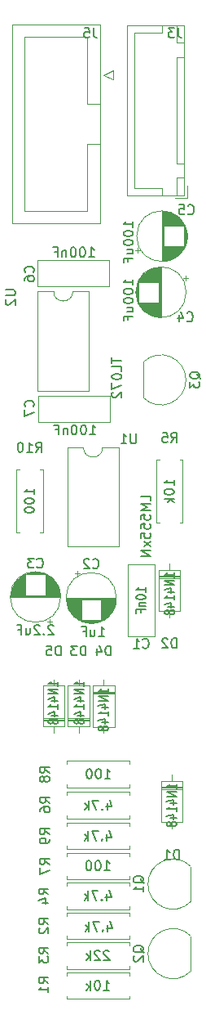
<source format=gbr>
%TF.GenerationSoftware,KiCad,Pcbnew,5.1.9+dfsg1-1~bpo10+1*%
%TF.CreationDate,2022-01-20T02:52:57+08:00*%
%TF.ProjectId,MiniADSR 1.1 - Main Board,4d696e69-4144-4535-9220-312e31202d20,rev?*%
%TF.SameCoordinates,Original*%
%TF.FileFunction,Legend,Bot*%
%TF.FilePolarity,Positive*%
%FSLAX46Y46*%
G04 Gerber Fmt 4.6, Leading zero omitted, Abs format (unit mm)*
G04 Created by KiCad (PCBNEW 5.1.9+dfsg1-1~bpo10+1) date 2022-01-20 02:52:57*
%MOMM*%
%LPD*%
G01*
G04 APERTURE LIST*
%ADD10C,0.120000*%
%ADD11C,0.150000*%
G04 APERTURE END LIST*
D10*
%TO.C,C1*%
X147930000Y-109780000D02*
X147930000Y-117220000D01*
X150670000Y-109780000D02*
X150670000Y-117220000D01*
X147930000Y-109780000D02*
X150670000Y-109780000D01*
X147930000Y-117220000D02*
X150670000Y-117220000D01*
%TO.C,D1*%
X151380000Y-132790000D02*
X153620000Y-132790000D01*
X151380000Y-133030000D02*
X153620000Y-133030000D01*
X151380000Y-132910000D02*
X153620000Y-132910000D01*
X152500000Y-137080000D02*
X152500000Y-136430000D01*
X152500000Y-131540000D02*
X152500000Y-132190000D01*
X151380000Y-136430000D02*
X151380000Y-132190000D01*
X153620000Y-136430000D02*
X151380000Y-136430000D01*
X153620000Y-132190000D02*
X153620000Y-136430000D01*
X151380000Y-132190000D02*
X153620000Y-132190000D01*
%TO.C,R5*%
X153290000Y-105460000D02*
X153620000Y-105460000D01*
X153620000Y-105460000D02*
X153620000Y-98920000D01*
X153620000Y-98920000D02*
X153290000Y-98920000D01*
X151210000Y-105460000D02*
X150880000Y-105460000D01*
X150880000Y-105460000D02*
X150880000Y-98920000D01*
X150880000Y-98920000D02*
X151210000Y-98920000D01*
%TO.C,D2*%
X151130000Y-110365000D02*
X153370000Y-110365000D01*
X153370000Y-110365000D02*
X153370000Y-114605000D01*
X153370000Y-114605000D02*
X151130000Y-114605000D01*
X151130000Y-114605000D02*
X151130000Y-110365000D01*
X152250000Y-109715000D02*
X152250000Y-110365000D01*
X152250000Y-115255000D02*
X152250000Y-114605000D01*
X151130000Y-111085000D02*
X153370000Y-111085000D01*
X151130000Y-111205000D02*
X153370000Y-111205000D01*
X151130000Y-110965000D02*
X153370000Y-110965000D01*
%TO.C,U1*%
X145290000Y-97670000D02*
X146940000Y-97670000D01*
X146940000Y-97670000D02*
X146940000Y-107950000D01*
X146940000Y-107950000D02*
X141640000Y-107950000D01*
X141640000Y-107950000D02*
X141640000Y-97670000D01*
X141640000Y-97670000D02*
X143290000Y-97670000D01*
X143290000Y-97670000D02*
G75*
G03*
X145290000Y-97670000I1000000J0D01*
G01*
%TO.C,C2*%
X142375000Y-110695225D02*
X142875000Y-110695225D01*
X142625000Y-110445225D02*
X142625000Y-110945225D01*
X143816000Y-115851000D02*
X144384000Y-115851000D01*
X143582000Y-115811000D02*
X144618000Y-115811000D01*
X143423000Y-115771000D02*
X144777000Y-115771000D01*
X143295000Y-115731000D02*
X144905000Y-115731000D01*
X143185000Y-115691000D02*
X145015000Y-115691000D01*
X143089000Y-115651000D02*
X145111000Y-115651000D01*
X143002000Y-115611000D02*
X145198000Y-115611000D01*
X142922000Y-115571000D02*
X145278000Y-115571000D01*
X145140000Y-115531000D02*
X145351000Y-115531000D01*
X142849000Y-115531000D02*
X143060000Y-115531000D01*
X145140000Y-115491000D02*
X145419000Y-115491000D01*
X142781000Y-115491000D02*
X143060000Y-115491000D01*
X145140000Y-115451000D02*
X145483000Y-115451000D01*
X142717000Y-115451000D02*
X143060000Y-115451000D01*
X145140000Y-115411000D02*
X145543000Y-115411000D01*
X142657000Y-115411000D02*
X143060000Y-115411000D01*
X145140000Y-115371000D02*
X145600000Y-115371000D01*
X142600000Y-115371000D02*
X143060000Y-115371000D01*
X145140000Y-115331000D02*
X145654000Y-115331000D01*
X142546000Y-115331000D02*
X143060000Y-115331000D01*
X145140000Y-115291000D02*
X145705000Y-115291000D01*
X142495000Y-115291000D02*
X143060000Y-115291000D01*
X145140000Y-115251000D02*
X145753000Y-115251000D01*
X142447000Y-115251000D02*
X143060000Y-115251000D01*
X145140000Y-115211000D02*
X145799000Y-115211000D01*
X142401000Y-115211000D02*
X143060000Y-115211000D01*
X145140000Y-115171000D02*
X145843000Y-115171000D01*
X142357000Y-115171000D02*
X143060000Y-115171000D01*
X145140000Y-115131000D02*
X145885000Y-115131000D01*
X142315000Y-115131000D02*
X143060000Y-115131000D01*
X145140000Y-115091000D02*
X145926000Y-115091000D01*
X142274000Y-115091000D02*
X143060000Y-115091000D01*
X145140000Y-115051000D02*
X145964000Y-115051000D01*
X142236000Y-115051000D02*
X143060000Y-115051000D01*
X145140000Y-115011000D02*
X146001000Y-115011000D01*
X142199000Y-115011000D02*
X143060000Y-115011000D01*
X145140000Y-114971000D02*
X146037000Y-114971000D01*
X142163000Y-114971000D02*
X143060000Y-114971000D01*
X145140000Y-114931000D02*
X146071000Y-114931000D01*
X142129000Y-114931000D02*
X143060000Y-114931000D01*
X145140000Y-114891000D02*
X146104000Y-114891000D01*
X142096000Y-114891000D02*
X143060000Y-114891000D01*
X145140000Y-114851000D02*
X146135000Y-114851000D01*
X142065000Y-114851000D02*
X143060000Y-114851000D01*
X145140000Y-114811000D02*
X146165000Y-114811000D01*
X142035000Y-114811000D02*
X143060000Y-114811000D01*
X145140000Y-114771000D02*
X146195000Y-114771000D01*
X142005000Y-114771000D02*
X143060000Y-114771000D01*
X145140000Y-114731000D02*
X146222000Y-114731000D01*
X141978000Y-114731000D02*
X143060000Y-114731000D01*
X145140000Y-114691000D02*
X146249000Y-114691000D01*
X141951000Y-114691000D02*
X143060000Y-114691000D01*
X145140000Y-114651000D02*
X146275000Y-114651000D01*
X141925000Y-114651000D02*
X143060000Y-114651000D01*
X145140000Y-114611000D02*
X146300000Y-114611000D01*
X141900000Y-114611000D02*
X143060000Y-114611000D01*
X145140000Y-114571000D02*
X146324000Y-114571000D01*
X141876000Y-114571000D02*
X143060000Y-114571000D01*
X145140000Y-114531000D02*
X146347000Y-114531000D01*
X141853000Y-114531000D02*
X143060000Y-114531000D01*
X145140000Y-114491000D02*
X146368000Y-114491000D01*
X141832000Y-114491000D02*
X143060000Y-114491000D01*
X145140000Y-114451000D02*
X146390000Y-114451000D01*
X141810000Y-114451000D02*
X143060000Y-114451000D01*
X145140000Y-114411000D02*
X146410000Y-114411000D01*
X141790000Y-114411000D02*
X143060000Y-114411000D01*
X145140000Y-114371000D02*
X146429000Y-114371000D01*
X141771000Y-114371000D02*
X143060000Y-114371000D01*
X145140000Y-114331000D02*
X146448000Y-114331000D01*
X141752000Y-114331000D02*
X143060000Y-114331000D01*
X145140000Y-114291000D02*
X146465000Y-114291000D01*
X141735000Y-114291000D02*
X143060000Y-114291000D01*
X145140000Y-114251000D02*
X146482000Y-114251000D01*
X141718000Y-114251000D02*
X143060000Y-114251000D01*
X145140000Y-114211000D02*
X146498000Y-114211000D01*
X141702000Y-114211000D02*
X143060000Y-114211000D01*
X145140000Y-114171000D02*
X146514000Y-114171000D01*
X141686000Y-114171000D02*
X143060000Y-114171000D01*
X145140000Y-114131000D02*
X146528000Y-114131000D01*
X141672000Y-114131000D02*
X143060000Y-114131000D01*
X145140000Y-114091000D02*
X146542000Y-114091000D01*
X141658000Y-114091000D02*
X143060000Y-114091000D01*
X145140000Y-114051000D02*
X146555000Y-114051000D01*
X141645000Y-114051000D02*
X143060000Y-114051000D01*
X145140000Y-114011000D02*
X146568000Y-114011000D01*
X141632000Y-114011000D02*
X143060000Y-114011000D01*
X145140000Y-113971000D02*
X146580000Y-113971000D01*
X141620000Y-113971000D02*
X143060000Y-113971000D01*
X145140000Y-113930000D02*
X146591000Y-113930000D01*
X141609000Y-113930000D02*
X143060000Y-113930000D01*
X145140000Y-113890000D02*
X146601000Y-113890000D01*
X141599000Y-113890000D02*
X143060000Y-113890000D01*
X145140000Y-113850000D02*
X146611000Y-113850000D01*
X141589000Y-113850000D02*
X143060000Y-113850000D01*
X145140000Y-113810000D02*
X146620000Y-113810000D01*
X141580000Y-113810000D02*
X143060000Y-113810000D01*
X145140000Y-113770000D02*
X146628000Y-113770000D01*
X141572000Y-113770000D02*
X143060000Y-113770000D01*
X145140000Y-113730000D02*
X146636000Y-113730000D01*
X141564000Y-113730000D02*
X143060000Y-113730000D01*
X145140000Y-113690000D02*
X146643000Y-113690000D01*
X141557000Y-113690000D02*
X143060000Y-113690000D01*
X145140000Y-113650000D02*
X146650000Y-113650000D01*
X141550000Y-113650000D02*
X143060000Y-113650000D01*
X145140000Y-113610000D02*
X146656000Y-113610000D01*
X141544000Y-113610000D02*
X143060000Y-113610000D01*
X145140000Y-113570000D02*
X146661000Y-113570000D01*
X141539000Y-113570000D02*
X143060000Y-113570000D01*
X145140000Y-113530000D02*
X146665000Y-113530000D01*
X141535000Y-113530000D02*
X143060000Y-113530000D01*
X145140000Y-113490000D02*
X146669000Y-113490000D01*
X141531000Y-113490000D02*
X143060000Y-113490000D01*
X141527000Y-113450000D02*
X146673000Y-113450000D01*
X141524000Y-113410000D02*
X146676000Y-113410000D01*
X141522000Y-113370000D02*
X146678000Y-113370000D01*
X141521000Y-113330000D02*
X146679000Y-113330000D01*
X141520000Y-113290000D02*
X146680000Y-113290000D01*
X141520000Y-113250000D02*
X146680000Y-113250000D01*
X146720000Y-113250000D02*
G75*
G03*
X146720000Y-113250000I-2620000J0D01*
G01*
%TO.C,R3*%
X148060000Y-149260000D02*
X148060000Y-148930000D01*
X148060000Y-148930000D02*
X141520000Y-148930000D01*
X141520000Y-148930000D02*
X141520000Y-149260000D01*
X148060000Y-151340000D02*
X148060000Y-151670000D01*
X148060000Y-151670000D02*
X141520000Y-151670000D01*
X141520000Y-151670000D02*
X141520000Y-151340000D01*
%TO.C,R1*%
X148060000Y-152360000D02*
X148060000Y-152030000D01*
X148060000Y-152030000D02*
X141520000Y-152030000D01*
X141520000Y-152030000D02*
X141520000Y-152360000D01*
X148060000Y-154440000D02*
X148060000Y-154770000D01*
X148060000Y-154770000D02*
X141520000Y-154770000D01*
X141520000Y-154770000D02*
X141520000Y-154440000D01*
%TO.C,R9*%
X148080000Y-136530000D02*
X148080000Y-136860000D01*
X141540000Y-136530000D02*
X148080000Y-136530000D01*
X141540000Y-136860000D02*
X141540000Y-136530000D01*
X148080000Y-139270000D02*
X148080000Y-138940000D01*
X141540000Y-139270000D02*
X148080000Y-139270000D01*
X141540000Y-138940000D02*
X141540000Y-139270000D01*
%TO.C,R10*%
X139070000Y-106480000D02*
X138740000Y-106480000D01*
X139070000Y-99940000D02*
X139070000Y-106480000D01*
X138740000Y-99940000D02*
X139070000Y-99940000D01*
X136330000Y-106480000D02*
X136660000Y-106480000D01*
X136330000Y-99940000D02*
X136330000Y-106480000D01*
X136660000Y-99940000D02*
X136330000Y-99940000D01*
%TO.C,R8*%
X148060000Y-130460000D02*
X148060000Y-130130000D01*
X148060000Y-130130000D02*
X141520000Y-130130000D01*
X141520000Y-130130000D02*
X141520000Y-130460000D01*
X148060000Y-132540000D02*
X148060000Y-132870000D01*
X148060000Y-132870000D02*
X141520000Y-132870000D01*
X141520000Y-132870000D02*
X141520000Y-132540000D01*
%TO.C,R7*%
X148060000Y-139960000D02*
X148060000Y-139630000D01*
X148060000Y-139630000D02*
X141520000Y-139630000D01*
X141520000Y-139630000D02*
X141520000Y-139960000D01*
X148060000Y-142040000D02*
X148060000Y-142370000D01*
X148060000Y-142370000D02*
X141520000Y-142370000D01*
X141520000Y-142370000D02*
X141520000Y-142040000D01*
%TO.C,R6*%
X148080000Y-133330000D02*
X148080000Y-133660000D01*
X141540000Y-133330000D02*
X148080000Y-133330000D01*
X141540000Y-133660000D02*
X141540000Y-133330000D01*
X148080000Y-136070000D02*
X148080000Y-135740000D01*
X141540000Y-136070000D02*
X148080000Y-136070000D01*
X141540000Y-135740000D02*
X141540000Y-136070000D01*
%TO.C,R4*%
X141520000Y-145470000D02*
X141520000Y-145140000D01*
X148060000Y-145470000D02*
X141520000Y-145470000D01*
X148060000Y-145140000D02*
X148060000Y-145470000D01*
X141520000Y-142730000D02*
X141520000Y-143060000D01*
X148060000Y-142730000D02*
X141520000Y-142730000D01*
X148060000Y-143060000D02*
X148060000Y-142730000D01*
%TO.C,R2*%
X141520000Y-148570000D02*
X141520000Y-148240000D01*
X148060000Y-148570000D02*
X141520000Y-148570000D01*
X148060000Y-148240000D02*
X148060000Y-148570000D01*
X141520000Y-145830000D02*
X141520000Y-146160000D01*
X148060000Y-145830000D02*
X141520000Y-145830000D01*
X148060000Y-146160000D02*
X148060000Y-145830000D01*
%TO.C,C3*%
X140920000Y-113150000D02*
G75*
G03*
X140920000Y-113150000I-2620000J0D01*
G01*
X140880000Y-113150000D02*
X135720000Y-113150000D01*
X140880000Y-113110000D02*
X135720000Y-113110000D01*
X140879000Y-113070000D02*
X135721000Y-113070000D01*
X140878000Y-113030000D02*
X135722000Y-113030000D01*
X140876000Y-112990000D02*
X135724000Y-112990000D01*
X140873000Y-112950000D02*
X135727000Y-112950000D01*
X140869000Y-112910000D02*
X139340000Y-112910000D01*
X137260000Y-112910000D02*
X135731000Y-112910000D01*
X140865000Y-112870000D02*
X139340000Y-112870000D01*
X137260000Y-112870000D02*
X135735000Y-112870000D01*
X140861000Y-112830000D02*
X139340000Y-112830000D01*
X137260000Y-112830000D02*
X135739000Y-112830000D01*
X140856000Y-112790000D02*
X139340000Y-112790000D01*
X137260000Y-112790000D02*
X135744000Y-112790000D01*
X140850000Y-112750000D02*
X139340000Y-112750000D01*
X137260000Y-112750000D02*
X135750000Y-112750000D01*
X140843000Y-112710000D02*
X139340000Y-112710000D01*
X137260000Y-112710000D02*
X135757000Y-112710000D01*
X140836000Y-112670000D02*
X139340000Y-112670000D01*
X137260000Y-112670000D02*
X135764000Y-112670000D01*
X140828000Y-112630000D02*
X139340000Y-112630000D01*
X137260000Y-112630000D02*
X135772000Y-112630000D01*
X140820000Y-112590000D02*
X139340000Y-112590000D01*
X137260000Y-112590000D02*
X135780000Y-112590000D01*
X140811000Y-112550000D02*
X139340000Y-112550000D01*
X137260000Y-112550000D02*
X135789000Y-112550000D01*
X140801000Y-112510000D02*
X139340000Y-112510000D01*
X137260000Y-112510000D02*
X135799000Y-112510000D01*
X140791000Y-112470000D02*
X139340000Y-112470000D01*
X137260000Y-112470000D02*
X135809000Y-112470000D01*
X140780000Y-112429000D02*
X139340000Y-112429000D01*
X137260000Y-112429000D02*
X135820000Y-112429000D01*
X140768000Y-112389000D02*
X139340000Y-112389000D01*
X137260000Y-112389000D02*
X135832000Y-112389000D01*
X140755000Y-112349000D02*
X139340000Y-112349000D01*
X137260000Y-112349000D02*
X135845000Y-112349000D01*
X140742000Y-112309000D02*
X139340000Y-112309000D01*
X137260000Y-112309000D02*
X135858000Y-112309000D01*
X140728000Y-112269000D02*
X139340000Y-112269000D01*
X137260000Y-112269000D02*
X135872000Y-112269000D01*
X140714000Y-112229000D02*
X139340000Y-112229000D01*
X137260000Y-112229000D02*
X135886000Y-112229000D01*
X140698000Y-112189000D02*
X139340000Y-112189000D01*
X137260000Y-112189000D02*
X135902000Y-112189000D01*
X140682000Y-112149000D02*
X139340000Y-112149000D01*
X137260000Y-112149000D02*
X135918000Y-112149000D01*
X140665000Y-112109000D02*
X139340000Y-112109000D01*
X137260000Y-112109000D02*
X135935000Y-112109000D01*
X140648000Y-112069000D02*
X139340000Y-112069000D01*
X137260000Y-112069000D02*
X135952000Y-112069000D01*
X140629000Y-112029000D02*
X139340000Y-112029000D01*
X137260000Y-112029000D02*
X135971000Y-112029000D01*
X140610000Y-111989000D02*
X139340000Y-111989000D01*
X137260000Y-111989000D02*
X135990000Y-111989000D01*
X140590000Y-111949000D02*
X139340000Y-111949000D01*
X137260000Y-111949000D02*
X136010000Y-111949000D01*
X140568000Y-111909000D02*
X139340000Y-111909000D01*
X137260000Y-111909000D02*
X136032000Y-111909000D01*
X140547000Y-111869000D02*
X139340000Y-111869000D01*
X137260000Y-111869000D02*
X136053000Y-111869000D01*
X140524000Y-111829000D02*
X139340000Y-111829000D01*
X137260000Y-111829000D02*
X136076000Y-111829000D01*
X140500000Y-111789000D02*
X139340000Y-111789000D01*
X137260000Y-111789000D02*
X136100000Y-111789000D01*
X140475000Y-111749000D02*
X139340000Y-111749000D01*
X137260000Y-111749000D02*
X136125000Y-111749000D01*
X140449000Y-111709000D02*
X139340000Y-111709000D01*
X137260000Y-111709000D02*
X136151000Y-111709000D01*
X140422000Y-111669000D02*
X139340000Y-111669000D01*
X137260000Y-111669000D02*
X136178000Y-111669000D01*
X140395000Y-111629000D02*
X139340000Y-111629000D01*
X137260000Y-111629000D02*
X136205000Y-111629000D01*
X140365000Y-111589000D02*
X139340000Y-111589000D01*
X137260000Y-111589000D02*
X136235000Y-111589000D01*
X140335000Y-111549000D02*
X139340000Y-111549000D01*
X137260000Y-111549000D02*
X136265000Y-111549000D01*
X140304000Y-111509000D02*
X139340000Y-111509000D01*
X137260000Y-111509000D02*
X136296000Y-111509000D01*
X140271000Y-111469000D02*
X139340000Y-111469000D01*
X137260000Y-111469000D02*
X136329000Y-111469000D01*
X140237000Y-111429000D02*
X139340000Y-111429000D01*
X137260000Y-111429000D02*
X136363000Y-111429000D01*
X140201000Y-111389000D02*
X139340000Y-111389000D01*
X137260000Y-111389000D02*
X136399000Y-111389000D01*
X140164000Y-111349000D02*
X139340000Y-111349000D01*
X137260000Y-111349000D02*
X136436000Y-111349000D01*
X140126000Y-111309000D02*
X139340000Y-111309000D01*
X137260000Y-111309000D02*
X136474000Y-111309000D01*
X140085000Y-111269000D02*
X139340000Y-111269000D01*
X137260000Y-111269000D02*
X136515000Y-111269000D01*
X140043000Y-111229000D02*
X139340000Y-111229000D01*
X137260000Y-111229000D02*
X136557000Y-111229000D01*
X139999000Y-111189000D02*
X139340000Y-111189000D01*
X137260000Y-111189000D02*
X136601000Y-111189000D01*
X139953000Y-111149000D02*
X139340000Y-111149000D01*
X137260000Y-111149000D02*
X136647000Y-111149000D01*
X139905000Y-111109000D02*
X139340000Y-111109000D01*
X137260000Y-111109000D02*
X136695000Y-111109000D01*
X139854000Y-111069000D02*
X139340000Y-111069000D01*
X137260000Y-111069000D02*
X136746000Y-111069000D01*
X139800000Y-111029000D02*
X139340000Y-111029000D01*
X137260000Y-111029000D02*
X136800000Y-111029000D01*
X139743000Y-110989000D02*
X139340000Y-110989000D01*
X137260000Y-110989000D02*
X136857000Y-110989000D01*
X139683000Y-110949000D02*
X139340000Y-110949000D01*
X137260000Y-110949000D02*
X136917000Y-110949000D01*
X139619000Y-110909000D02*
X139340000Y-110909000D01*
X137260000Y-110909000D02*
X136981000Y-110909000D01*
X139551000Y-110869000D02*
X139340000Y-110869000D01*
X137260000Y-110869000D02*
X137049000Y-110869000D01*
X139478000Y-110829000D02*
X137122000Y-110829000D01*
X139398000Y-110789000D02*
X137202000Y-110789000D01*
X139311000Y-110749000D02*
X137289000Y-110749000D01*
X139215000Y-110709000D02*
X137385000Y-110709000D01*
X139105000Y-110669000D02*
X137495000Y-110669000D01*
X138977000Y-110629000D02*
X137623000Y-110629000D01*
X138818000Y-110589000D02*
X137782000Y-110589000D01*
X138584000Y-110549000D02*
X138016000Y-110549000D01*
X139775000Y-115954775D02*
X139775000Y-115454775D01*
X140025000Y-115704775D02*
X139525000Y-115704775D01*
%TO.C,C4*%
X148895225Y-77525000D02*
X148895225Y-77025000D01*
X148645225Y-77275000D02*
X149145225Y-77275000D01*
X154051000Y-76084000D02*
X154051000Y-75516000D01*
X154011000Y-76318000D02*
X154011000Y-75282000D01*
X153971000Y-76477000D02*
X153971000Y-75123000D01*
X153931000Y-76605000D02*
X153931000Y-74995000D01*
X153891000Y-76715000D02*
X153891000Y-74885000D01*
X153851000Y-76811000D02*
X153851000Y-74789000D01*
X153811000Y-76898000D02*
X153811000Y-74702000D01*
X153771000Y-76978000D02*
X153771000Y-74622000D01*
X153731000Y-74760000D02*
X153731000Y-74549000D01*
X153731000Y-77051000D02*
X153731000Y-76840000D01*
X153691000Y-74760000D02*
X153691000Y-74481000D01*
X153691000Y-77119000D02*
X153691000Y-76840000D01*
X153651000Y-74760000D02*
X153651000Y-74417000D01*
X153651000Y-77183000D02*
X153651000Y-76840000D01*
X153611000Y-74760000D02*
X153611000Y-74357000D01*
X153611000Y-77243000D02*
X153611000Y-76840000D01*
X153571000Y-74760000D02*
X153571000Y-74300000D01*
X153571000Y-77300000D02*
X153571000Y-76840000D01*
X153531000Y-74760000D02*
X153531000Y-74246000D01*
X153531000Y-77354000D02*
X153531000Y-76840000D01*
X153491000Y-74760000D02*
X153491000Y-74195000D01*
X153491000Y-77405000D02*
X153491000Y-76840000D01*
X153451000Y-74760000D02*
X153451000Y-74147000D01*
X153451000Y-77453000D02*
X153451000Y-76840000D01*
X153411000Y-74760000D02*
X153411000Y-74101000D01*
X153411000Y-77499000D02*
X153411000Y-76840000D01*
X153371000Y-74760000D02*
X153371000Y-74057000D01*
X153371000Y-77543000D02*
X153371000Y-76840000D01*
X153331000Y-74760000D02*
X153331000Y-74015000D01*
X153331000Y-77585000D02*
X153331000Y-76840000D01*
X153291000Y-74760000D02*
X153291000Y-73974000D01*
X153291000Y-77626000D02*
X153291000Y-76840000D01*
X153251000Y-74760000D02*
X153251000Y-73936000D01*
X153251000Y-77664000D02*
X153251000Y-76840000D01*
X153211000Y-74760000D02*
X153211000Y-73899000D01*
X153211000Y-77701000D02*
X153211000Y-76840000D01*
X153171000Y-74760000D02*
X153171000Y-73863000D01*
X153171000Y-77737000D02*
X153171000Y-76840000D01*
X153131000Y-74760000D02*
X153131000Y-73829000D01*
X153131000Y-77771000D02*
X153131000Y-76840000D01*
X153091000Y-74760000D02*
X153091000Y-73796000D01*
X153091000Y-77804000D02*
X153091000Y-76840000D01*
X153051000Y-74760000D02*
X153051000Y-73765000D01*
X153051000Y-77835000D02*
X153051000Y-76840000D01*
X153011000Y-74760000D02*
X153011000Y-73735000D01*
X153011000Y-77865000D02*
X153011000Y-76840000D01*
X152971000Y-74760000D02*
X152971000Y-73705000D01*
X152971000Y-77895000D02*
X152971000Y-76840000D01*
X152931000Y-74760000D02*
X152931000Y-73678000D01*
X152931000Y-77922000D02*
X152931000Y-76840000D01*
X152891000Y-74760000D02*
X152891000Y-73651000D01*
X152891000Y-77949000D02*
X152891000Y-76840000D01*
X152851000Y-74760000D02*
X152851000Y-73625000D01*
X152851000Y-77975000D02*
X152851000Y-76840000D01*
X152811000Y-74760000D02*
X152811000Y-73600000D01*
X152811000Y-78000000D02*
X152811000Y-76840000D01*
X152771000Y-74760000D02*
X152771000Y-73576000D01*
X152771000Y-78024000D02*
X152771000Y-76840000D01*
X152731000Y-74760000D02*
X152731000Y-73553000D01*
X152731000Y-78047000D02*
X152731000Y-76840000D01*
X152691000Y-74760000D02*
X152691000Y-73532000D01*
X152691000Y-78068000D02*
X152691000Y-76840000D01*
X152651000Y-74760000D02*
X152651000Y-73510000D01*
X152651000Y-78090000D02*
X152651000Y-76840000D01*
X152611000Y-74760000D02*
X152611000Y-73490000D01*
X152611000Y-78110000D02*
X152611000Y-76840000D01*
X152571000Y-74760000D02*
X152571000Y-73471000D01*
X152571000Y-78129000D02*
X152571000Y-76840000D01*
X152531000Y-74760000D02*
X152531000Y-73452000D01*
X152531000Y-78148000D02*
X152531000Y-76840000D01*
X152491000Y-74760000D02*
X152491000Y-73435000D01*
X152491000Y-78165000D02*
X152491000Y-76840000D01*
X152451000Y-74760000D02*
X152451000Y-73418000D01*
X152451000Y-78182000D02*
X152451000Y-76840000D01*
X152411000Y-74760000D02*
X152411000Y-73402000D01*
X152411000Y-78198000D02*
X152411000Y-76840000D01*
X152371000Y-74760000D02*
X152371000Y-73386000D01*
X152371000Y-78214000D02*
X152371000Y-76840000D01*
X152331000Y-74760000D02*
X152331000Y-73372000D01*
X152331000Y-78228000D02*
X152331000Y-76840000D01*
X152291000Y-74760000D02*
X152291000Y-73358000D01*
X152291000Y-78242000D02*
X152291000Y-76840000D01*
X152251000Y-74760000D02*
X152251000Y-73345000D01*
X152251000Y-78255000D02*
X152251000Y-76840000D01*
X152211000Y-74760000D02*
X152211000Y-73332000D01*
X152211000Y-78268000D02*
X152211000Y-76840000D01*
X152171000Y-74760000D02*
X152171000Y-73320000D01*
X152171000Y-78280000D02*
X152171000Y-76840000D01*
X152130000Y-74760000D02*
X152130000Y-73309000D01*
X152130000Y-78291000D02*
X152130000Y-76840000D01*
X152090000Y-74760000D02*
X152090000Y-73299000D01*
X152090000Y-78301000D02*
X152090000Y-76840000D01*
X152050000Y-74760000D02*
X152050000Y-73289000D01*
X152050000Y-78311000D02*
X152050000Y-76840000D01*
X152010000Y-74760000D02*
X152010000Y-73280000D01*
X152010000Y-78320000D02*
X152010000Y-76840000D01*
X151970000Y-74760000D02*
X151970000Y-73272000D01*
X151970000Y-78328000D02*
X151970000Y-76840000D01*
X151930000Y-74760000D02*
X151930000Y-73264000D01*
X151930000Y-78336000D02*
X151930000Y-76840000D01*
X151890000Y-74760000D02*
X151890000Y-73257000D01*
X151890000Y-78343000D02*
X151890000Y-76840000D01*
X151850000Y-74760000D02*
X151850000Y-73250000D01*
X151850000Y-78350000D02*
X151850000Y-76840000D01*
X151810000Y-74760000D02*
X151810000Y-73244000D01*
X151810000Y-78356000D02*
X151810000Y-76840000D01*
X151770000Y-74760000D02*
X151770000Y-73239000D01*
X151770000Y-78361000D02*
X151770000Y-76840000D01*
X151730000Y-74760000D02*
X151730000Y-73235000D01*
X151730000Y-78365000D02*
X151730000Y-76840000D01*
X151690000Y-74760000D02*
X151690000Y-73231000D01*
X151690000Y-78369000D02*
X151690000Y-76840000D01*
X151650000Y-78373000D02*
X151650000Y-73227000D01*
X151610000Y-78376000D02*
X151610000Y-73224000D01*
X151570000Y-78378000D02*
X151570000Y-73222000D01*
X151530000Y-78379000D02*
X151530000Y-73221000D01*
X151490000Y-78380000D02*
X151490000Y-73220000D01*
X151450000Y-78380000D02*
X151450000Y-73220000D01*
X154070000Y-75800000D02*
G75*
G03*
X154070000Y-75800000I-2620000J0D01*
G01*
%TO.C,C5*%
X153970000Y-81600000D02*
G75*
G03*
X153970000Y-81600000I-2620000J0D01*
G01*
X151350000Y-79020000D02*
X151350000Y-84180000D01*
X151310000Y-79020000D02*
X151310000Y-84180000D01*
X151270000Y-79021000D02*
X151270000Y-84179000D01*
X151230000Y-79022000D02*
X151230000Y-84178000D01*
X151190000Y-79024000D02*
X151190000Y-84176000D01*
X151150000Y-79027000D02*
X151150000Y-84173000D01*
X151110000Y-79031000D02*
X151110000Y-80560000D01*
X151110000Y-82640000D02*
X151110000Y-84169000D01*
X151070000Y-79035000D02*
X151070000Y-80560000D01*
X151070000Y-82640000D02*
X151070000Y-84165000D01*
X151030000Y-79039000D02*
X151030000Y-80560000D01*
X151030000Y-82640000D02*
X151030000Y-84161000D01*
X150990000Y-79044000D02*
X150990000Y-80560000D01*
X150990000Y-82640000D02*
X150990000Y-84156000D01*
X150950000Y-79050000D02*
X150950000Y-80560000D01*
X150950000Y-82640000D02*
X150950000Y-84150000D01*
X150910000Y-79057000D02*
X150910000Y-80560000D01*
X150910000Y-82640000D02*
X150910000Y-84143000D01*
X150870000Y-79064000D02*
X150870000Y-80560000D01*
X150870000Y-82640000D02*
X150870000Y-84136000D01*
X150830000Y-79072000D02*
X150830000Y-80560000D01*
X150830000Y-82640000D02*
X150830000Y-84128000D01*
X150790000Y-79080000D02*
X150790000Y-80560000D01*
X150790000Y-82640000D02*
X150790000Y-84120000D01*
X150750000Y-79089000D02*
X150750000Y-80560000D01*
X150750000Y-82640000D02*
X150750000Y-84111000D01*
X150710000Y-79099000D02*
X150710000Y-80560000D01*
X150710000Y-82640000D02*
X150710000Y-84101000D01*
X150670000Y-79109000D02*
X150670000Y-80560000D01*
X150670000Y-82640000D02*
X150670000Y-84091000D01*
X150629000Y-79120000D02*
X150629000Y-80560000D01*
X150629000Y-82640000D02*
X150629000Y-84080000D01*
X150589000Y-79132000D02*
X150589000Y-80560000D01*
X150589000Y-82640000D02*
X150589000Y-84068000D01*
X150549000Y-79145000D02*
X150549000Y-80560000D01*
X150549000Y-82640000D02*
X150549000Y-84055000D01*
X150509000Y-79158000D02*
X150509000Y-80560000D01*
X150509000Y-82640000D02*
X150509000Y-84042000D01*
X150469000Y-79172000D02*
X150469000Y-80560000D01*
X150469000Y-82640000D02*
X150469000Y-84028000D01*
X150429000Y-79186000D02*
X150429000Y-80560000D01*
X150429000Y-82640000D02*
X150429000Y-84014000D01*
X150389000Y-79202000D02*
X150389000Y-80560000D01*
X150389000Y-82640000D02*
X150389000Y-83998000D01*
X150349000Y-79218000D02*
X150349000Y-80560000D01*
X150349000Y-82640000D02*
X150349000Y-83982000D01*
X150309000Y-79235000D02*
X150309000Y-80560000D01*
X150309000Y-82640000D02*
X150309000Y-83965000D01*
X150269000Y-79252000D02*
X150269000Y-80560000D01*
X150269000Y-82640000D02*
X150269000Y-83948000D01*
X150229000Y-79271000D02*
X150229000Y-80560000D01*
X150229000Y-82640000D02*
X150229000Y-83929000D01*
X150189000Y-79290000D02*
X150189000Y-80560000D01*
X150189000Y-82640000D02*
X150189000Y-83910000D01*
X150149000Y-79310000D02*
X150149000Y-80560000D01*
X150149000Y-82640000D02*
X150149000Y-83890000D01*
X150109000Y-79332000D02*
X150109000Y-80560000D01*
X150109000Y-82640000D02*
X150109000Y-83868000D01*
X150069000Y-79353000D02*
X150069000Y-80560000D01*
X150069000Y-82640000D02*
X150069000Y-83847000D01*
X150029000Y-79376000D02*
X150029000Y-80560000D01*
X150029000Y-82640000D02*
X150029000Y-83824000D01*
X149989000Y-79400000D02*
X149989000Y-80560000D01*
X149989000Y-82640000D02*
X149989000Y-83800000D01*
X149949000Y-79425000D02*
X149949000Y-80560000D01*
X149949000Y-82640000D02*
X149949000Y-83775000D01*
X149909000Y-79451000D02*
X149909000Y-80560000D01*
X149909000Y-82640000D02*
X149909000Y-83749000D01*
X149869000Y-79478000D02*
X149869000Y-80560000D01*
X149869000Y-82640000D02*
X149869000Y-83722000D01*
X149829000Y-79505000D02*
X149829000Y-80560000D01*
X149829000Y-82640000D02*
X149829000Y-83695000D01*
X149789000Y-79535000D02*
X149789000Y-80560000D01*
X149789000Y-82640000D02*
X149789000Y-83665000D01*
X149749000Y-79565000D02*
X149749000Y-80560000D01*
X149749000Y-82640000D02*
X149749000Y-83635000D01*
X149709000Y-79596000D02*
X149709000Y-80560000D01*
X149709000Y-82640000D02*
X149709000Y-83604000D01*
X149669000Y-79629000D02*
X149669000Y-80560000D01*
X149669000Y-82640000D02*
X149669000Y-83571000D01*
X149629000Y-79663000D02*
X149629000Y-80560000D01*
X149629000Y-82640000D02*
X149629000Y-83537000D01*
X149589000Y-79699000D02*
X149589000Y-80560000D01*
X149589000Y-82640000D02*
X149589000Y-83501000D01*
X149549000Y-79736000D02*
X149549000Y-80560000D01*
X149549000Y-82640000D02*
X149549000Y-83464000D01*
X149509000Y-79774000D02*
X149509000Y-80560000D01*
X149509000Y-82640000D02*
X149509000Y-83426000D01*
X149469000Y-79815000D02*
X149469000Y-80560000D01*
X149469000Y-82640000D02*
X149469000Y-83385000D01*
X149429000Y-79857000D02*
X149429000Y-80560000D01*
X149429000Y-82640000D02*
X149429000Y-83343000D01*
X149389000Y-79901000D02*
X149389000Y-80560000D01*
X149389000Y-82640000D02*
X149389000Y-83299000D01*
X149349000Y-79947000D02*
X149349000Y-80560000D01*
X149349000Y-82640000D02*
X149349000Y-83253000D01*
X149309000Y-79995000D02*
X149309000Y-80560000D01*
X149309000Y-82640000D02*
X149309000Y-83205000D01*
X149269000Y-80046000D02*
X149269000Y-80560000D01*
X149269000Y-82640000D02*
X149269000Y-83154000D01*
X149229000Y-80100000D02*
X149229000Y-80560000D01*
X149229000Y-82640000D02*
X149229000Y-83100000D01*
X149189000Y-80157000D02*
X149189000Y-80560000D01*
X149189000Y-82640000D02*
X149189000Y-83043000D01*
X149149000Y-80217000D02*
X149149000Y-80560000D01*
X149149000Y-82640000D02*
X149149000Y-82983000D01*
X149109000Y-80281000D02*
X149109000Y-80560000D01*
X149109000Y-82640000D02*
X149109000Y-82919000D01*
X149069000Y-80349000D02*
X149069000Y-80560000D01*
X149069000Y-82640000D02*
X149069000Y-82851000D01*
X149029000Y-80422000D02*
X149029000Y-82778000D01*
X148989000Y-80502000D02*
X148989000Y-82698000D01*
X148949000Y-80589000D02*
X148949000Y-82611000D01*
X148909000Y-80685000D02*
X148909000Y-82515000D01*
X148869000Y-80795000D02*
X148869000Y-82405000D01*
X148829000Y-80923000D02*
X148829000Y-82277000D01*
X148789000Y-81082000D02*
X148789000Y-82118000D01*
X148749000Y-81316000D02*
X148749000Y-81884000D01*
X154154775Y-80125000D02*
X153654775Y-80125000D01*
X153904775Y-79875000D02*
X153904775Y-80375000D01*
%TO.C,C6*%
X145970000Y-81020000D02*
X145970000Y-78280000D01*
X138530000Y-81020000D02*
X138530000Y-78280000D01*
X138530000Y-78280000D02*
X145970000Y-78280000D01*
X138530000Y-81020000D02*
X145970000Y-81020000D01*
%TO.C,C7*%
X138580000Y-95070000D02*
X146020000Y-95070000D01*
X138580000Y-92330000D02*
X146020000Y-92330000D01*
X138580000Y-95070000D02*
X138580000Y-92330000D01*
X146020000Y-95070000D02*
X146020000Y-92330000D01*
%TO.C,D3*%
X143920000Y-125960000D02*
X141680000Y-125960000D01*
X143920000Y-125720000D02*
X141680000Y-125720000D01*
X143920000Y-125840000D02*
X141680000Y-125840000D01*
X142800000Y-121670000D02*
X142800000Y-122320000D01*
X142800000Y-127210000D02*
X142800000Y-126560000D01*
X143920000Y-122320000D02*
X143920000Y-126560000D01*
X141680000Y-122320000D02*
X143920000Y-122320000D01*
X141680000Y-126560000D02*
X141680000Y-122320000D01*
X143920000Y-126560000D02*
X141680000Y-126560000D01*
%TO.C,D4*%
X144280000Y-122340000D02*
X146520000Y-122340000D01*
X146520000Y-122340000D02*
X146520000Y-126580000D01*
X146520000Y-126580000D02*
X144280000Y-126580000D01*
X144280000Y-126580000D02*
X144280000Y-122340000D01*
X145400000Y-121690000D02*
X145400000Y-122340000D01*
X145400000Y-127230000D02*
X145400000Y-126580000D01*
X144280000Y-123060000D02*
X146520000Y-123060000D01*
X144280000Y-123180000D02*
X146520000Y-123180000D01*
X144280000Y-122940000D02*
X146520000Y-122940000D01*
%TO.C,D5*%
X141320000Y-126560000D02*
X139080000Y-126560000D01*
X139080000Y-126560000D02*
X139080000Y-122320000D01*
X139080000Y-122320000D02*
X141320000Y-122320000D01*
X141320000Y-122320000D02*
X141320000Y-126560000D01*
X140200000Y-127210000D02*
X140200000Y-126560000D01*
X140200000Y-121670000D02*
X140200000Y-122320000D01*
X141320000Y-125840000D02*
X139080000Y-125840000D01*
X141320000Y-125720000D02*
X139080000Y-125720000D01*
X141320000Y-125960000D02*
X139080000Y-125960000D01*
%TO.C,J3*%
X153760000Y-71560000D02*
X147790000Y-71560000D01*
X147790000Y-71560000D02*
X147790000Y-53940000D01*
X147790000Y-53940000D02*
X153760000Y-53940000D01*
X153760000Y-53940000D02*
X153760000Y-71560000D01*
X153750000Y-68250000D02*
X153000000Y-68250000D01*
X153000000Y-68250000D02*
X153000000Y-57250000D01*
X153000000Y-57250000D02*
X153750000Y-57250000D01*
X153750000Y-57250000D02*
X153750000Y-68250000D01*
X153750000Y-71550000D02*
X153000000Y-71550000D01*
X153000000Y-71550000D02*
X153000000Y-69750000D01*
X153000000Y-69750000D02*
X153750000Y-69750000D01*
X153750000Y-69750000D02*
X153750000Y-71550000D01*
X153750000Y-55750000D02*
X153000000Y-55750000D01*
X153000000Y-55750000D02*
X153000000Y-53950000D01*
X153000000Y-53950000D02*
X153750000Y-53950000D01*
X153750000Y-53950000D02*
X153750000Y-55750000D01*
X151500000Y-71550000D02*
X151500000Y-70800000D01*
X151500000Y-70800000D02*
X148550000Y-70800000D01*
X148550000Y-70800000D02*
X148550000Y-62750000D01*
X151500000Y-53950000D02*
X151500000Y-54700000D01*
X151500000Y-54700000D02*
X148550000Y-54700000D01*
X148550000Y-54700000D02*
X148550000Y-62750000D01*
X154050000Y-70600000D02*
X154050000Y-71850000D01*
X154050000Y-71850000D02*
X152800000Y-71850000D01*
%TO.C,J5*%
X144990000Y-53890000D02*
X135870000Y-53890000D01*
X135870000Y-53890000D02*
X135870000Y-74470000D01*
X135870000Y-74470000D02*
X144990000Y-74470000D01*
X144990000Y-74470000D02*
X144990000Y-53890000D01*
X144990000Y-62130000D02*
X143680000Y-62130000D01*
X143680000Y-62130000D02*
X143680000Y-55190000D01*
X143680000Y-55190000D02*
X137180000Y-55190000D01*
X137180000Y-55190000D02*
X137180000Y-73170000D01*
X137180000Y-73170000D02*
X143680000Y-73170000D01*
X143680000Y-73170000D02*
X143680000Y-66230000D01*
X143680000Y-66230000D02*
X143680000Y-66230000D01*
X143680000Y-66230000D02*
X144990000Y-66230000D01*
X145380000Y-59100000D02*
X146380000Y-58600000D01*
X146380000Y-58600000D02*
X146380000Y-59600000D01*
X146380000Y-59600000D02*
X145380000Y-59100000D01*
%TO.C,U2*%
X138540000Y-81520000D02*
X140190000Y-81520000D01*
X138540000Y-91800000D02*
X138540000Y-81520000D01*
X143840000Y-91800000D02*
X138540000Y-91800000D01*
X143840000Y-81520000D02*
X143840000Y-91800000D01*
X142190000Y-81520000D02*
X143840000Y-81520000D01*
X140190000Y-81520000D02*
G75*
G03*
X142190000Y-81520000I1000000J0D01*
G01*
%TO.C,Q1*%
X154450000Y-141070000D02*
X154450000Y-144670000D01*
X154438478Y-141031522D02*
G75*
G03*
X150000000Y-142870000I-1838478J-1838478D01*
G01*
X154438478Y-144708478D02*
G75*
G02*
X150000000Y-142870000I-1838478J1838478D01*
G01*
%TO.C,Q2*%
X154450000Y-148270000D02*
X154450000Y-151870000D01*
X154438478Y-151908478D02*
G75*
G02*
X150000000Y-150070000I-1838478J1838478D01*
G01*
X154438478Y-148231522D02*
G75*
G03*
X150000000Y-150070000I-1838478J-1838478D01*
G01*
%TO.C,Q3*%
X149500000Y-92480000D02*
X149500000Y-88880000D01*
X149511522Y-92518478D02*
G75*
G03*
X153950000Y-90680000I1838478J1838478D01*
G01*
X149511522Y-88841522D02*
G75*
G02*
X153950000Y-90680000I1838478J-1838478D01*
G01*
%TO.C,C1*%
D11*
X149466666Y-118357142D02*
X149514285Y-118404761D01*
X149657142Y-118452380D01*
X149752380Y-118452380D01*
X149895238Y-118404761D01*
X149990476Y-118309523D01*
X150038095Y-118214285D01*
X150085714Y-118023809D01*
X150085714Y-117880952D01*
X150038095Y-117690476D01*
X149990476Y-117595238D01*
X149895238Y-117500000D01*
X149752380Y-117452380D01*
X149657142Y-117452380D01*
X149514285Y-117500000D01*
X149466666Y-117547619D01*
X148514285Y-118452380D02*
X149085714Y-118452380D01*
X148800000Y-118452380D02*
X148800000Y-117452380D01*
X148895238Y-117595238D01*
X148990476Y-117690476D01*
X149085714Y-117738095D01*
X149752380Y-112642857D02*
X149752380Y-112185714D01*
X149752380Y-112414285D02*
X148752380Y-112414285D01*
X148895238Y-112338095D01*
X148990476Y-112261904D01*
X149038095Y-112185714D01*
X148752380Y-113138095D02*
X148752380Y-113214285D01*
X148800000Y-113290476D01*
X148847619Y-113328571D01*
X148942857Y-113366666D01*
X149133333Y-113404761D01*
X149371428Y-113404761D01*
X149561904Y-113366666D01*
X149657142Y-113328571D01*
X149704761Y-113290476D01*
X149752380Y-113214285D01*
X149752380Y-113138095D01*
X149704761Y-113061904D01*
X149657142Y-113023809D01*
X149561904Y-112985714D01*
X149371428Y-112947619D01*
X149133333Y-112947619D01*
X148942857Y-112985714D01*
X148847619Y-113023809D01*
X148800000Y-113061904D01*
X148752380Y-113138095D01*
X149085714Y-113747619D02*
X149752380Y-113747619D01*
X149180952Y-113747619D02*
X149133333Y-113785714D01*
X149085714Y-113861904D01*
X149085714Y-113976190D01*
X149133333Y-114052380D01*
X149228571Y-114090476D01*
X149752380Y-114090476D01*
X149228571Y-114738095D02*
X149228571Y-114471428D01*
X149752380Y-114471428D02*
X148752380Y-114471428D01*
X148752380Y-114852380D01*
%TO.C,D1*%
X153238095Y-140302380D02*
X153238095Y-139302380D01*
X153000000Y-139302380D01*
X152857142Y-139350000D01*
X152761904Y-139445238D01*
X152714285Y-139540476D01*
X152666666Y-139730952D01*
X152666666Y-139873809D01*
X152714285Y-140064285D01*
X152761904Y-140159523D01*
X152857142Y-140254761D01*
X153000000Y-140302380D01*
X153238095Y-140302380D01*
X151714285Y-140302380D02*
X152285714Y-140302380D01*
X152000000Y-140302380D02*
X152000000Y-139302380D01*
X152095238Y-139445238D01*
X152190476Y-139540476D01*
X152285714Y-139588095D01*
X152952380Y-132985714D02*
X152952380Y-132528571D01*
X152952380Y-132757142D02*
X151952380Y-132757142D01*
X152095238Y-132680952D01*
X152190476Y-132604761D01*
X152238095Y-132528571D01*
X152952380Y-133328571D02*
X151952380Y-133328571D01*
X152952380Y-133785714D01*
X151952380Y-133785714D01*
X152285714Y-134509523D02*
X152952380Y-134509523D01*
X151904761Y-134319047D02*
X152619047Y-134128571D01*
X152619047Y-134623809D01*
X152952380Y-135347619D02*
X152952380Y-134890476D01*
X152952380Y-135119047D02*
X151952380Y-135119047D01*
X152095238Y-135042857D01*
X152190476Y-134966666D01*
X152238095Y-134890476D01*
X152285714Y-136033333D02*
X152952380Y-136033333D01*
X151904761Y-135842857D02*
X152619047Y-135652380D01*
X152619047Y-136147619D01*
X152380952Y-136566666D02*
X152333333Y-136490476D01*
X152285714Y-136452380D01*
X152190476Y-136414285D01*
X152142857Y-136414285D01*
X152047619Y-136452380D01*
X152000000Y-136490476D01*
X151952380Y-136566666D01*
X151952380Y-136719047D01*
X152000000Y-136795238D01*
X152047619Y-136833333D01*
X152142857Y-136871428D01*
X152190476Y-136871428D01*
X152285714Y-136833333D01*
X152333333Y-136795238D01*
X152380952Y-136719047D01*
X152380952Y-136566666D01*
X152428571Y-136490476D01*
X152476190Y-136452380D01*
X152571428Y-136414285D01*
X152761904Y-136414285D01*
X152857142Y-136452380D01*
X152904761Y-136490476D01*
X152952380Y-136566666D01*
X152952380Y-136719047D01*
X152904761Y-136795238D01*
X152857142Y-136833333D01*
X152761904Y-136871428D01*
X152571428Y-136871428D01*
X152476190Y-136833333D01*
X152428571Y-136795238D01*
X152380952Y-136719047D01*
%TO.C,R5*%
X152416666Y-97152380D02*
X152750000Y-96676190D01*
X152988095Y-97152380D02*
X152988095Y-96152380D01*
X152607142Y-96152380D01*
X152511904Y-96200000D01*
X152464285Y-96247619D01*
X152416666Y-96342857D01*
X152416666Y-96485714D01*
X152464285Y-96580952D01*
X152511904Y-96628571D01*
X152607142Y-96676190D01*
X152988095Y-96676190D01*
X151511904Y-96152380D02*
X151988095Y-96152380D01*
X152035714Y-96628571D01*
X151988095Y-96580952D01*
X151892857Y-96533333D01*
X151654761Y-96533333D01*
X151559523Y-96580952D01*
X151511904Y-96628571D01*
X151464285Y-96723809D01*
X151464285Y-96961904D01*
X151511904Y-97057142D01*
X151559523Y-97104761D01*
X151654761Y-97152380D01*
X151892857Y-97152380D01*
X151988095Y-97104761D01*
X152035714Y-97057142D01*
X152702380Y-101594761D02*
X152702380Y-101023333D01*
X152702380Y-101309047D02*
X151702380Y-101309047D01*
X151845238Y-101213809D01*
X151940476Y-101118571D01*
X151988095Y-101023333D01*
X151702380Y-102213809D02*
X151702380Y-102309047D01*
X151750000Y-102404285D01*
X151797619Y-102451904D01*
X151892857Y-102499523D01*
X152083333Y-102547142D01*
X152321428Y-102547142D01*
X152511904Y-102499523D01*
X152607142Y-102451904D01*
X152654761Y-102404285D01*
X152702380Y-102309047D01*
X152702380Y-102213809D01*
X152654761Y-102118571D01*
X152607142Y-102070952D01*
X152511904Y-102023333D01*
X152321428Y-101975714D01*
X152083333Y-101975714D01*
X151892857Y-102023333D01*
X151797619Y-102070952D01*
X151750000Y-102118571D01*
X151702380Y-102213809D01*
X152702380Y-102975714D02*
X151702380Y-102975714D01*
X152321428Y-103070952D02*
X152702380Y-103356666D01*
X152035714Y-103356666D02*
X152416666Y-102975714D01*
%TO.C,D2*%
X152988095Y-118427380D02*
X152988095Y-117427380D01*
X152750000Y-117427380D01*
X152607142Y-117475000D01*
X152511904Y-117570238D01*
X152464285Y-117665476D01*
X152416666Y-117855952D01*
X152416666Y-117998809D01*
X152464285Y-118189285D01*
X152511904Y-118284523D01*
X152607142Y-118379761D01*
X152750000Y-118427380D01*
X152988095Y-118427380D01*
X152035714Y-117522619D02*
X151988095Y-117475000D01*
X151892857Y-117427380D01*
X151654761Y-117427380D01*
X151559523Y-117475000D01*
X151511904Y-117522619D01*
X151464285Y-117617857D01*
X151464285Y-117713095D01*
X151511904Y-117855952D01*
X152083333Y-118427380D01*
X151464285Y-118427380D01*
X152752380Y-111085714D02*
X152752380Y-110628571D01*
X152752380Y-110857142D02*
X151752380Y-110857142D01*
X151895238Y-110780952D01*
X151990476Y-110704761D01*
X152038095Y-110628571D01*
X152752380Y-111428571D02*
X151752380Y-111428571D01*
X152752380Y-111885714D01*
X151752380Y-111885714D01*
X152085714Y-112609523D02*
X152752380Y-112609523D01*
X151704761Y-112419047D02*
X152419047Y-112228571D01*
X152419047Y-112723809D01*
X152752380Y-113447619D02*
X152752380Y-112990476D01*
X152752380Y-113219047D02*
X151752380Y-113219047D01*
X151895238Y-113142857D01*
X151990476Y-113066666D01*
X152038095Y-112990476D01*
X152085714Y-114133333D02*
X152752380Y-114133333D01*
X151704761Y-113942857D02*
X152419047Y-113752380D01*
X152419047Y-114247619D01*
X152180952Y-114666666D02*
X152133333Y-114590476D01*
X152085714Y-114552380D01*
X151990476Y-114514285D01*
X151942857Y-114514285D01*
X151847619Y-114552380D01*
X151800000Y-114590476D01*
X151752380Y-114666666D01*
X151752380Y-114819047D01*
X151800000Y-114895238D01*
X151847619Y-114933333D01*
X151942857Y-114971428D01*
X151990476Y-114971428D01*
X152085714Y-114933333D01*
X152133333Y-114895238D01*
X152180952Y-114819047D01*
X152180952Y-114666666D01*
X152228571Y-114590476D01*
X152276190Y-114552380D01*
X152371428Y-114514285D01*
X152561904Y-114514285D01*
X152657142Y-114552380D01*
X152704761Y-114590476D01*
X152752380Y-114666666D01*
X152752380Y-114819047D01*
X152704761Y-114895238D01*
X152657142Y-114933333D01*
X152561904Y-114971428D01*
X152371428Y-114971428D01*
X152276190Y-114933333D01*
X152228571Y-114895238D01*
X152180952Y-114819047D01*
%TO.C,U1*%
X148761904Y-96252380D02*
X148761904Y-97061904D01*
X148714285Y-97157142D01*
X148666666Y-97204761D01*
X148571428Y-97252380D01*
X148380952Y-97252380D01*
X148285714Y-97204761D01*
X148238095Y-97157142D01*
X148190476Y-97061904D01*
X148190476Y-96252380D01*
X147190476Y-97252380D02*
X147761904Y-97252380D01*
X147476190Y-97252380D02*
X147476190Y-96252380D01*
X147571428Y-96395238D01*
X147666666Y-96490476D01*
X147761904Y-96538095D01*
X150252380Y-103180952D02*
X150252380Y-102704761D01*
X149252380Y-102704761D01*
X150252380Y-103514285D02*
X149252380Y-103514285D01*
X149966666Y-103847619D01*
X149252380Y-104180952D01*
X150252380Y-104180952D01*
X149252380Y-105133333D02*
X149252380Y-104657142D01*
X149728571Y-104609523D01*
X149680952Y-104657142D01*
X149633333Y-104752380D01*
X149633333Y-104990476D01*
X149680952Y-105085714D01*
X149728571Y-105133333D01*
X149823809Y-105180952D01*
X150061904Y-105180952D01*
X150157142Y-105133333D01*
X150204761Y-105085714D01*
X150252380Y-104990476D01*
X150252380Y-104752380D01*
X150204761Y-104657142D01*
X150157142Y-104609523D01*
X149252380Y-106085714D02*
X149252380Y-105609523D01*
X149728571Y-105561904D01*
X149680952Y-105609523D01*
X149633333Y-105704761D01*
X149633333Y-105942857D01*
X149680952Y-106038095D01*
X149728571Y-106085714D01*
X149823809Y-106133333D01*
X150061904Y-106133333D01*
X150157142Y-106085714D01*
X150204761Y-106038095D01*
X150252380Y-105942857D01*
X150252380Y-105704761D01*
X150204761Y-105609523D01*
X150157142Y-105561904D01*
X149252380Y-107038095D02*
X149252380Y-106561904D01*
X149728571Y-106514285D01*
X149680952Y-106561904D01*
X149633333Y-106657142D01*
X149633333Y-106895238D01*
X149680952Y-106990476D01*
X149728571Y-107038095D01*
X149823809Y-107085714D01*
X150061904Y-107085714D01*
X150157142Y-107038095D01*
X150204761Y-106990476D01*
X150252380Y-106895238D01*
X150252380Y-106657142D01*
X150204761Y-106561904D01*
X150157142Y-106514285D01*
X150252380Y-107419047D02*
X149585714Y-107942857D01*
X149585714Y-107419047D02*
X150252380Y-107942857D01*
X150252380Y-108323809D02*
X149252380Y-108323809D01*
X150252380Y-108895238D01*
X149252380Y-108895238D01*
%TO.C,C2*%
X144266666Y-110107142D02*
X144314285Y-110154761D01*
X144457142Y-110202380D01*
X144552380Y-110202380D01*
X144695238Y-110154761D01*
X144790476Y-110059523D01*
X144838095Y-109964285D01*
X144885714Y-109773809D01*
X144885714Y-109630952D01*
X144838095Y-109440476D01*
X144790476Y-109345238D01*
X144695238Y-109250000D01*
X144552380Y-109202380D01*
X144457142Y-109202380D01*
X144314285Y-109250000D01*
X144266666Y-109297619D01*
X143885714Y-109297619D02*
X143838095Y-109250000D01*
X143742857Y-109202380D01*
X143504761Y-109202380D01*
X143409523Y-109250000D01*
X143361904Y-109297619D01*
X143314285Y-109392857D01*
X143314285Y-109488095D01*
X143361904Y-109630952D01*
X143933333Y-110202380D01*
X143314285Y-110202380D01*
X144895238Y-117202380D02*
X145466666Y-117202380D01*
X145180952Y-117202380D02*
X145180952Y-116202380D01*
X145276190Y-116345238D01*
X145371428Y-116440476D01*
X145466666Y-116488095D01*
X144038095Y-116535714D02*
X144038095Y-117202380D01*
X144466666Y-116535714D02*
X144466666Y-117059523D01*
X144419047Y-117154761D01*
X144323809Y-117202380D01*
X144180952Y-117202380D01*
X144085714Y-117154761D01*
X144038095Y-117107142D01*
X143228571Y-116678571D02*
X143561904Y-116678571D01*
X143561904Y-117202380D02*
X143561904Y-116202380D01*
X143085714Y-116202380D01*
%TO.C,R3*%
X139652380Y-150033333D02*
X139176190Y-149700000D01*
X139652380Y-149461904D02*
X138652380Y-149461904D01*
X138652380Y-149842857D01*
X138700000Y-149938095D01*
X138747619Y-149985714D01*
X138842857Y-150033333D01*
X138985714Y-150033333D01*
X139080952Y-149985714D01*
X139128571Y-149938095D01*
X139176190Y-149842857D01*
X139176190Y-149461904D01*
X138652380Y-150366666D02*
X138652380Y-150985714D01*
X139033333Y-150652380D01*
X139033333Y-150795238D01*
X139080952Y-150890476D01*
X139128571Y-150938095D01*
X139223809Y-150985714D01*
X139461904Y-150985714D01*
X139557142Y-150938095D01*
X139604761Y-150890476D01*
X139652380Y-150795238D01*
X139652380Y-150509523D01*
X139604761Y-150414285D01*
X139557142Y-150366666D01*
X145966666Y-149847619D02*
X145919047Y-149800000D01*
X145823809Y-149752380D01*
X145585714Y-149752380D01*
X145490476Y-149800000D01*
X145442857Y-149847619D01*
X145395238Y-149942857D01*
X145395238Y-150038095D01*
X145442857Y-150180952D01*
X146014285Y-150752380D01*
X145395238Y-150752380D01*
X145014285Y-149847619D02*
X144966666Y-149800000D01*
X144871428Y-149752380D01*
X144633333Y-149752380D01*
X144538095Y-149800000D01*
X144490476Y-149847619D01*
X144442857Y-149942857D01*
X144442857Y-150038095D01*
X144490476Y-150180952D01*
X145061904Y-150752380D01*
X144442857Y-150752380D01*
X144014285Y-150752380D02*
X144014285Y-149752380D01*
X143919047Y-150371428D02*
X143633333Y-150752380D01*
X143633333Y-150085714D02*
X144014285Y-150466666D01*
%TO.C,R1*%
X139652380Y-153133333D02*
X139176190Y-152800000D01*
X139652380Y-152561904D02*
X138652380Y-152561904D01*
X138652380Y-152942857D01*
X138700000Y-153038095D01*
X138747619Y-153085714D01*
X138842857Y-153133333D01*
X138985714Y-153133333D01*
X139080952Y-153085714D01*
X139128571Y-153038095D01*
X139176190Y-152942857D01*
X139176190Y-152561904D01*
X139652380Y-154085714D02*
X139652380Y-153514285D01*
X139652380Y-153800000D02*
X138652380Y-153800000D01*
X138795238Y-153704761D01*
X138890476Y-153609523D01*
X138938095Y-153514285D01*
X145395238Y-153852380D02*
X145966666Y-153852380D01*
X145680952Y-153852380D02*
X145680952Y-152852380D01*
X145776190Y-152995238D01*
X145871428Y-153090476D01*
X145966666Y-153138095D01*
X144776190Y-152852380D02*
X144680952Y-152852380D01*
X144585714Y-152900000D01*
X144538095Y-152947619D01*
X144490476Y-153042857D01*
X144442857Y-153233333D01*
X144442857Y-153471428D01*
X144490476Y-153661904D01*
X144538095Y-153757142D01*
X144585714Y-153804761D01*
X144680952Y-153852380D01*
X144776190Y-153852380D01*
X144871428Y-153804761D01*
X144919047Y-153757142D01*
X144966666Y-153661904D01*
X145014285Y-153471428D01*
X145014285Y-153233333D01*
X144966666Y-153042857D01*
X144919047Y-152947619D01*
X144871428Y-152900000D01*
X144776190Y-152852380D01*
X144014285Y-153852380D02*
X144014285Y-152852380D01*
X143919047Y-153471428D02*
X143633333Y-153852380D01*
X143633333Y-153185714D02*
X144014285Y-153566666D01*
%TO.C,R9*%
X139752380Y-137733333D02*
X139276190Y-137400000D01*
X139752380Y-137161904D02*
X138752380Y-137161904D01*
X138752380Y-137542857D01*
X138800000Y-137638095D01*
X138847619Y-137685714D01*
X138942857Y-137733333D01*
X139085714Y-137733333D01*
X139180952Y-137685714D01*
X139228571Y-137638095D01*
X139276190Y-137542857D01*
X139276190Y-137161904D01*
X139752380Y-138209523D02*
X139752380Y-138400000D01*
X139704761Y-138495238D01*
X139657142Y-138542857D01*
X139514285Y-138638095D01*
X139323809Y-138685714D01*
X138942857Y-138685714D01*
X138847619Y-138638095D01*
X138800000Y-138590476D01*
X138752380Y-138495238D01*
X138752380Y-138304761D01*
X138800000Y-138209523D01*
X138847619Y-138161904D01*
X138942857Y-138114285D01*
X139180952Y-138114285D01*
X139276190Y-138161904D01*
X139323809Y-138209523D01*
X139371428Y-138304761D01*
X139371428Y-138495238D01*
X139323809Y-138590476D01*
X139276190Y-138638095D01*
X139180952Y-138685714D01*
X145738571Y-137685714D02*
X145738571Y-138352380D01*
X145976666Y-137304761D02*
X146214761Y-138019047D01*
X145595714Y-138019047D01*
X145214761Y-138257142D02*
X145167142Y-138304761D01*
X145214761Y-138352380D01*
X145262380Y-138304761D01*
X145214761Y-138257142D01*
X145214761Y-138352380D01*
X144833809Y-137352380D02*
X144167142Y-137352380D01*
X144595714Y-138352380D01*
X143786190Y-138352380D02*
X143786190Y-137352380D01*
X143690952Y-137971428D02*
X143405238Y-138352380D01*
X143405238Y-137685714D02*
X143786190Y-138066666D01*
%TO.C,R10*%
X138342857Y-98152380D02*
X138676190Y-97676190D01*
X138914285Y-98152380D02*
X138914285Y-97152380D01*
X138533333Y-97152380D01*
X138438095Y-97200000D01*
X138390476Y-97247619D01*
X138342857Y-97342857D01*
X138342857Y-97485714D01*
X138390476Y-97580952D01*
X138438095Y-97628571D01*
X138533333Y-97676190D01*
X138914285Y-97676190D01*
X137390476Y-98152380D02*
X137961904Y-98152380D01*
X137676190Y-98152380D02*
X137676190Y-97152380D01*
X137771428Y-97295238D01*
X137866666Y-97390476D01*
X137961904Y-97438095D01*
X136771428Y-97152380D02*
X136676190Y-97152380D01*
X136580952Y-97200000D01*
X136533333Y-97247619D01*
X136485714Y-97342857D01*
X136438095Y-97533333D01*
X136438095Y-97771428D01*
X136485714Y-97961904D01*
X136533333Y-98057142D01*
X136580952Y-98104761D01*
X136676190Y-98152380D01*
X136771428Y-98152380D01*
X136866666Y-98104761D01*
X136914285Y-98057142D01*
X136961904Y-97961904D01*
X137009523Y-97771428D01*
X137009523Y-97533333D01*
X136961904Y-97342857D01*
X136914285Y-97247619D01*
X136866666Y-97200000D01*
X136771428Y-97152380D01*
X138152380Y-102533333D02*
X138152380Y-101961904D01*
X138152380Y-102247619D02*
X137152380Y-102247619D01*
X137295238Y-102152380D01*
X137390476Y-102057142D01*
X137438095Y-101961904D01*
X137152380Y-103152380D02*
X137152380Y-103247619D01*
X137200000Y-103342857D01*
X137247619Y-103390476D01*
X137342857Y-103438095D01*
X137533333Y-103485714D01*
X137771428Y-103485714D01*
X137961904Y-103438095D01*
X138057142Y-103390476D01*
X138104761Y-103342857D01*
X138152380Y-103247619D01*
X138152380Y-103152380D01*
X138104761Y-103057142D01*
X138057142Y-103009523D01*
X137961904Y-102961904D01*
X137771428Y-102914285D01*
X137533333Y-102914285D01*
X137342857Y-102961904D01*
X137247619Y-103009523D01*
X137200000Y-103057142D01*
X137152380Y-103152380D01*
X137152380Y-104104761D02*
X137152380Y-104200000D01*
X137200000Y-104295238D01*
X137247619Y-104342857D01*
X137342857Y-104390476D01*
X137533333Y-104438095D01*
X137771428Y-104438095D01*
X137961904Y-104390476D01*
X138057142Y-104342857D01*
X138104761Y-104295238D01*
X138152380Y-104200000D01*
X138152380Y-104104761D01*
X138104761Y-104009523D01*
X138057142Y-103961904D01*
X137961904Y-103914285D01*
X137771428Y-103866666D01*
X137533333Y-103866666D01*
X137342857Y-103914285D01*
X137247619Y-103961904D01*
X137200000Y-104009523D01*
X137152380Y-104104761D01*
%TO.C,R8*%
X139752380Y-131333333D02*
X139276190Y-131000000D01*
X139752380Y-130761904D02*
X138752380Y-130761904D01*
X138752380Y-131142857D01*
X138800000Y-131238095D01*
X138847619Y-131285714D01*
X138942857Y-131333333D01*
X139085714Y-131333333D01*
X139180952Y-131285714D01*
X139228571Y-131238095D01*
X139276190Y-131142857D01*
X139276190Y-130761904D01*
X139180952Y-131904761D02*
X139133333Y-131809523D01*
X139085714Y-131761904D01*
X138990476Y-131714285D01*
X138942857Y-131714285D01*
X138847619Y-131761904D01*
X138800000Y-131809523D01*
X138752380Y-131904761D01*
X138752380Y-132095238D01*
X138800000Y-132190476D01*
X138847619Y-132238095D01*
X138942857Y-132285714D01*
X138990476Y-132285714D01*
X139085714Y-132238095D01*
X139133333Y-132190476D01*
X139180952Y-132095238D01*
X139180952Y-131904761D01*
X139228571Y-131809523D01*
X139276190Y-131761904D01*
X139371428Y-131714285D01*
X139561904Y-131714285D01*
X139657142Y-131761904D01*
X139704761Y-131809523D01*
X139752380Y-131904761D01*
X139752380Y-132095238D01*
X139704761Y-132190476D01*
X139657142Y-132238095D01*
X139561904Y-132285714D01*
X139371428Y-132285714D01*
X139276190Y-132238095D01*
X139228571Y-132190476D01*
X139180952Y-132095238D01*
X145516666Y-131952380D02*
X146088095Y-131952380D01*
X145802380Y-131952380D02*
X145802380Y-130952380D01*
X145897619Y-131095238D01*
X145992857Y-131190476D01*
X146088095Y-131238095D01*
X144897619Y-130952380D02*
X144802380Y-130952380D01*
X144707142Y-131000000D01*
X144659523Y-131047619D01*
X144611904Y-131142857D01*
X144564285Y-131333333D01*
X144564285Y-131571428D01*
X144611904Y-131761904D01*
X144659523Y-131857142D01*
X144707142Y-131904761D01*
X144802380Y-131952380D01*
X144897619Y-131952380D01*
X144992857Y-131904761D01*
X145040476Y-131857142D01*
X145088095Y-131761904D01*
X145135714Y-131571428D01*
X145135714Y-131333333D01*
X145088095Y-131142857D01*
X145040476Y-131047619D01*
X144992857Y-131000000D01*
X144897619Y-130952380D01*
X143945238Y-130952380D02*
X143850000Y-130952380D01*
X143754761Y-131000000D01*
X143707142Y-131047619D01*
X143659523Y-131142857D01*
X143611904Y-131333333D01*
X143611904Y-131571428D01*
X143659523Y-131761904D01*
X143707142Y-131857142D01*
X143754761Y-131904761D01*
X143850000Y-131952380D01*
X143945238Y-131952380D01*
X144040476Y-131904761D01*
X144088095Y-131857142D01*
X144135714Y-131761904D01*
X144183333Y-131571428D01*
X144183333Y-131333333D01*
X144135714Y-131142857D01*
X144088095Y-131047619D01*
X144040476Y-131000000D01*
X143945238Y-130952380D01*
%TO.C,R7*%
X139752380Y-140833333D02*
X139276190Y-140500000D01*
X139752380Y-140261904D02*
X138752380Y-140261904D01*
X138752380Y-140642857D01*
X138800000Y-140738095D01*
X138847619Y-140785714D01*
X138942857Y-140833333D01*
X139085714Y-140833333D01*
X139180952Y-140785714D01*
X139228571Y-140738095D01*
X139276190Y-140642857D01*
X139276190Y-140261904D01*
X138752380Y-141166666D02*
X138752380Y-141833333D01*
X139752380Y-141404761D01*
X145456666Y-141452380D02*
X146028095Y-141452380D01*
X145742380Y-141452380D02*
X145742380Y-140452380D01*
X145837619Y-140595238D01*
X145932857Y-140690476D01*
X146028095Y-140738095D01*
X144837619Y-140452380D02*
X144742380Y-140452380D01*
X144647142Y-140500000D01*
X144599523Y-140547619D01*
X144551904Y-140642857D01*
X144504285Y-140833333D01*
X144504285Y-141071428D01*
X144551904Y-141261904D01*
X144599523Y-141357142D01*
X144647142Y-141404761D01*
X144742380Y-141452380D01*
X144837619Y-141452380D01*
X144932857Y-141404761D01*
X144980476Y-141357142D01*
X145028095Y-141261904D01*
X145075714Y-141071428D01*
X145075714Y-140833333D01*
X145028095Y-140642857D01*
X144980476Y-140547619D01*
X144932857Y-140500000D01*
X144837619Y-140452380D01*
X143885238Y-140452380D02*
X143790000Y-140452380D01*
X143694761Y-140500000D01*
X143647142Y-140547619D01*
X143599523Y-140642857D01*
X143551904Y-140833333D01*
X143551904Y-141071428D01*
X143599523Y-141261904D01*
X143647142Y-141357142D01*
X143694761Y-141404761D01*
X143790000Y-141452380D01*
X143885238Y-141452380D01*
X143980476Y-141404761D01*
X144028095Y-141357142D01*
X144075714Y-141261904D01*
X144123333Y-141071428D01*
X144123333Y-140833333D01*
X144075714Y-140642857D01*
X144028095Y-140547619D01*
X143980476Y-140500000D01*
X143885238Y-140452380D01*
%TO.C,R6*%
X139802380Y-134483333D02*
X139326190Y-134150000D01*
X139802380Y-133911904D02*
X138802380Y-133911904D01*
X138802380Y-134292857D01*
X138850000Y-134388095D01*
X138897619Y-134435714D01*
X138992857Y-134483333D01*
X139135714Y-134483333D01*
X139230952Y-134435714D01*
X139278571Y-134388095D01*
X139326190Y-134292857D01*
X139326190Y-133911904D01*
X138802380Y-135340476D02*
X138802380Y-135150000D01*
X138850000Y-135054761D01*
X138897619Y-135007142D01*
X139040476Y-134911904D01*
X139230952Y-134864285D01*
X139611904Y-134864285D01*
X139707142Y-134911904D01*
X139754761Y-134959523D01*
X139802380Y-135054761D01*
X139802380Y-135245238D01*
X139754761Y-135340476D01*
X139707142Y-135388095D01*
X139611904Y-135435714D01*
X139373809Y-135435714D01*
X139278571Y-135388095D01*
X139230952Y-135340476D01*
X139183333Y-135245238D01*
X139183333Y-135054761D01*
X139230952Y-134959523D01*
X139278571Y-134911904D01*
X139373809Y-134864285D01*
X145778571Y-134535714D02*
X145778571Y-135202380D01*
X146016666Y-134154761D02*
X146254761Y-134869047D01*
X145635714Y-134869047D01*
X145254761Y-135107142D02*
X145207142Y-135154761D01*
X145254761Y-135202380D01*
X145302380Y-135154761D01*
X145254761Y-135107142D01*
X145254761Y-135202380D01*
X144873809Y-134202380D02*
X144207142Y-134202380D01*
X144635714Y-135202380D01*
X143826190Y-135202380D02*
X143826190Y-134202380D01*
X143730952Y-134821428D02*
X143445238Y-135202380D01*
X143445238Y-134535714D02*
X143826190Y-134916666D01*
%TO.C,R4*%
X139652380Y-143933333D02*
X139176190Y-143600000D01*
X139652380Y-143361904D02*
X138652380Y-143361904D01*
X138652380Y-143742857D01*
X138700000Y-143838095D01*
X138747619Y-143885714D01*
X138842857Y-143933333D01*
X138985714Y-143933333D01*
X139080952Y-143885714D01*
X139128571Y-143838095D01*
X139176190Y-143742857D01*
X139176190Y-143361904D01*
X138985714Y-144790476D02*
X139652380Y-144790476D01*
X138604761Y-144552380D02*
X139319047Y-144314285D01*
X139319047Y-144933333D01*
X145718571Y-143885714D02*
X145718571Y-144552380D01*
X145956666Y-143504761D02*
X146194761Y-144219047D01*
X145575714Y-144219047D01*
X145194761Y-144457142D02*
X145147142Y-144504761D01*
X145194761Y-144552380D01*
X145242380Y-144504761D01*
X145194761Y-144457142D01*
X145194761Y-144552380D01*
X144813809Y-143552380D02*
X144147142Y-143552380D01*
X144575714Y-144552380D01*
X143766190Y-144552380D02*
X143766190Y-143552380D01*
X143670952Y-144171428D02*
X143385238Y-144552380D01*
X143385238Y-143885714D02*
X143766190Y-144266666D01*
%TO.C,R2*%
X139652380Y-147033333D02*
X139176190Y-146700000D01*
X139652380Y-146461904D02*
X138652380Y-146461904D01*
X138652380Y-146842857D01*
X138700000Y-146938095D01*
X138747619Y-146985714D01*
X138842857Y-147033333D01*
X138985714Y-147033333D01*
X139080952Y-146985714D01*
X139128571Y-146938095D01*
X139176190Y-146842857D01*
X139176190Y-146461904D01*
X138747619Y-147414285D02*
X138700000Y-147461904D01*
X138652380Y-147557142D01*
X138652380Y-147795238D01*
X138700000Y-147890476D01*
X138747619Y-147938095D01*
X138842857Y-147985714D01*
X138938095Y-147985714D01*
X139080952Y-147938095D01*
X139652380Y-147366666D01*
X139652380Y-147985714D01*
X145828571Y-147085714D02*
X145828571Y-147752380D01*
X146066666Y-146704761D02*
X146304761Y-147419047D01*
X145685714Y-147419047D01*
X145304761Y-147657142D02*
X145257142Y-147704761D01*
X145304761Y-147752380D01*
X145352380Y-147704761D01*
X145304761Y-147657142D01*
X145304761Y-147752380D01*
X144923809Y-146752380D02*
X144257142Y-146752380D01*
X144685714Y-147752380D01*
X143876190Y-147752380D02*
X143876190Y-146752380D01*
X143780952Y-147371428D02*
X143495238Y-147752380D01*
X143495238Y-147085714D02*
X143876190Y-147466666D01*
%TO.C,C3*%
X138466666Y-110057142D02*
X138514285Y-110104761D01*
X138657142Y-110152380D01*
X138752380Y-110152380D01*
X138895238Y-110104761D01*
X138990476Y-110009523D01*
X139038095Y-109914285D01*
X139085714Y-109723809D01*
X139085714Y-109580952D01*
X139038095Y-109390476D01*
X138990476Y-109295238D01*
X138895238Y-109200000D01*
X138752380Y-109152380D01*
X138657142Y-109152380D01*
X138514285Y-109200000D01*
X138466666Y-109247619D01*
X138133333Y-109152380D02*
X137514285Y-109152380D01*
X137847619Y-109533333D01*
X137704761Y-109533333D01*
X137609523Y-109580952D01*
X137561904Y-109628571D01*
X137514285Y-109723809D01*
X137514285Y-109961904D01*
X137561904Y-110057142D01*
X137609523Y-110104761D01*
X137704761Y-110152380D01*
X137990476Y-110152380D01*
X138085714Y-110104761D01*
X138133333Y-110057142D01*
X140180952Y-116147619D02*
X140133333Y-116100000D01*
X140038095Y-116052380D01*
X139800000Y-116052380D01*
X139704761Y-116100000D01*
X139657142Y-116147619D01*
X139609523Y-116242857D01*
X139609523Y-116338095D01*
X139657142Y-116480952D01*
X140228571Y-117052380D01*
X139609523Y-117052380D01*
X139180952Y-116957142D02*
X139133333Y-117004761D01*
X139180952Y-117052380D01*
X139228571Y-117004761D01*
X139180952Y-116957142D01*
X139180952Y-117052380D01*
X138752380Y-116147619D02*
X138704761Y-116100000D01*
X138609523Y-116052380D01*
X138371428Y-116052380D01*
X138276190Y-116100000D01*
X138228571Y-116147619D01*
X138180952Y-116242857D01*
X138180952Y-116338095D01*
X138228571Y-116480952D01*
X138800000Y-117052380D01*
X138180952Y-117052380D01*
X137323809Y-116385714D02*
X137323809Y-117052380D01*
X137752380Y-116385714D02*
X137752380Y-116909523D01*
X137704761Y-117004761D01*
X137609523Y-117052380D01*
X137466666Y-117052380D01*
X137371428Y-117004761D01*
X137323809Y-116957142D01*
X136514285Y-116528571D02*
X136847619Y-116528571D01*
X136847619Y-117052380D02*
X136847619Y-116052380D01*
X136371428Y-116052380D01*
%TO.C,C4*%
X154066666Y-84557142D02*
X154114285Y-84604761D01*
X154257142Y-84652380D01*
X154352380Y-84652380D01*
X154495238Y-84604761D01*
X154590476Y-84509523D01*
X154638095Y-84414285D01*
X154685714Y-84223809D01*
X154685714Y-84080952D01*
X154638095Y-83890476D01*
X154590476Y-83795238D01*
X154495238Y-83700000D01*
X154352380Y-83652380D01*
X154257142Y-83652380D01*
X154114285Y-83700000D01*
X154066666Y-83747619D01*
X153209523Y-83985714D02*
X153209523Y-84652380D01*
X153447619Y-83604761D02*
X153685714Y-84319047D01*
X153066666Y-84319047D01*
X148452380Y-74852380D02*
X148452380Y-74280952D01*
X148452380Y-74566666D02*
X147452380Y-74566666D01*
X147595238Y-74471428D01*
X147690476Y-74376190D01*
X147738095Y-74280952D01*
X147452380Y-75471428D02*
X147452380Y-75566666D01*
X147500000Y-75661904D01*
X147547619Y-75709523D01*
X147642857Y-75757142D01*
X147833333Y-75804761D01*
X148071428Y-75804761D01*
X148261904Y-75757142D01*
X148357142Y-75709523D01*
X148404761Y-75661904D01*
X148452380Y-75566666D01*
X148452380Y-75471428D01*
X148404761Y-75376190D01*
X148357142Y-75328571D01*
X148261904Y-75280952D01*
X148071428Y-75233333D01*
X147833333Y-75233333D01*
X147642857Y-75280952D01*
X147547619Y-75328571D01*
X147500000Y-75376190D01*
X147452380Y-75471428D01*
X147452380Y-76423809D02*
X147452380Y-76519047D01*
X147500000Y-76614285D01*
X147547619Y-76661904D01*
X147642857Y-76709523D01*
X147833333Y-76757142D01*
X148071428Y-76757142D01*
X148261904Y-76709523D01*
X148357142Y-76661904D01*
X148404761Y-76614285D01*
X148452380Y-76519047D01*
X148452380Y-76423809D01*
X148404761Y-76328571D01*
X148357142Y-76280952D01*
X148261904Y-76233333D01*
X148071428Y-76185714D01*
X147833333Y-76185714D01*
X147642857Y-76233333D01*
X147547619Y-76280952D01*
X147500000Y-76328571D01*
X147452380Y-76423809D01*
X147785714Y-77614285D02*
X148452380Y-77614285D01*
X147785714Y-77185714D02*
X148309523Y-77185714D01*
X148404761Y-77233333D01*
X148452380Y-77328571D01*
X148452380Y-77471428D01*
X148404761Y-77566666D01*
X148357142Y-77614285D01*
X147928571Y-78423809D02*
X147928571Y-78090476D01*
X148452380Y-78090476D02*
X147452380Y-78090476D01*
X147452380Y-78566666D01*
%TO.C,C5*%
X154166666Y-73457142D02*
X154214285Y-73504761D01*
X154357142Y-73552380D01*
X154452380Y-73552380D01*
X154595238Y-73504761D01*
X154690476Y-73409523D01*
X154738095Y-73314285D01*
X154785714Y-73123809D01*
X154785714Y-72980952D01*
X154738095Y-72790476D01*
X154690476Y-72695238D01*
X154595238Y-72600000D01*
X154452380Y-72552380D01*
X154357142Y-72552380D01*
X154214285Y-72600000D01*
X154166666Y-72647619D01*
X153261904Y-72552380D02*
X153738095Y-72552380D01*
X153785714Y-73028571D01*
X153738095Y-72980952D01*
X153642857Y-72933333D01*
X153404761Y-72933333D01*
X153309523Y-72980952D01*
X153261904Y-73028571D01*
X153214285Y-73123809D01*
X153214285Y-73361904D01*
X153261904Y-73457142D01*
X153309523Y-73504761D01*
X153404761Y-73552380D01*
X153642857Y-73552380D01*
X153738095Y-73504761D01*
X153785714Y-73457142D01*
X148452380Y-80852380D02*
X148452380Y-80280952D01*
X148452380Y-80566666D02*
X147452380Y-80566666D01*
X147595238Y-80471428D01*
X147690476Y-80376190D01*
X147738095Y-80280952D01*
X147452380Y-81471428D02*
X147452380Y-81566666D01*
X147500000Y-81661904D01*
X147547619Y-81709523D01*
X147642857Y-81757142D01*
X147833333Y-81804761D01*
X148071428Y-81804761D01*
X148261904Y-81757142D01*
X148357142Y-81709523D01*
X148404761Y-81661904D01*
X148452380Y-81566666D01*
X148452380Y-81471428D01*
X148404761Y-81376190D01*
X148357142Y-81328571D01*
X148261904Y-81280952D01*
X148071428Y-81233333D01*
X147833333Y-81233333D01*
X147642857Y-81280952D01*
X147547619Y-81328571D01*
X147500000Y-81376190D01*
X147452380Y-81471428D01*
X147452380Y-82423809D02*
X147452380Y-82519047D01*
X147500000Y-82614285D01*
X147547619Y-82661904D01*
X147642857Y-82709523D01*
X147833333Y-82757142D01*
X148071428Y-82757142D01*
X148261904Y-82709523D01*
X148357142Y-82661904D01*
X148404761Y-82614285D01*
X148452380Y-82519047D01*
X148452380Y-82423809D01*
X148404761Y-82328571D01*
X148357142Y-82280952D01*
X148261904Y-82233333D01*
X148071428Y-82185714D01*
X147833333Y-82185714D01*
X147642857Y-82233333D01*
X147547619Y-82280952D01*
X147500000Y-82328571D01*
X147452380Y-82423809D01*
X147785714Y-83614285D02*
X148452380Y-83614285D01*
X147785714Y-83185714D02*
X148309523Y-83185714D01*
X148404761Y-83233333D01*
X148452380Y-83328571D01*
X148452380Y-83471428D01*
X148404761Y-83566666D01*
X148357142Y-83614285D01*
X147928571Y-84423809D02*
X147928571Y-84090476D01*
X148452380Y-84090476D02*
X147452380Y-84090476D01*
X147452380Y-84566666D01*
%TO.C,C6*%
X138057142Y-79533333D02*
X138104761Y-79485714D01*
X138152380Y-79342857D01*
X138152380Y-79247619D01*
X138104761Y-79104761D01*
X138009523Y-79009523D01*
X137914285Y-78961904D01*
X137723809Y-78914285D01*
X137580952Y-78914285D01*
X137390476Y-78961904D01*
X137295238Y-79009523D01*
X137200000Y-79104761D01*
X137152380Y-79247619D01*
X137152380Y-79342857D01*
X137200000Y-79485714D01*
X137247619Y-79533333D01*
X137152380Y-80390476D02*
X137152380Y-80200000D01*
X137200000Y-80104761D01*
X137247619Y-80057142D01*
X137390476Y-79961904D01*
X137580952Y-79914285D01*
X137961904Y-79914285D01*
X138057142Y-79961904D01*
X138104761Y-80009523D01*
X138152380Y-80104761D01*
X138152380Y-80295238D01*
X138104761Y-80390476D01*
X138057142Y-80438095D01*
X137961904Y-80485714D01*
X137723809Y-80485714D01*
X137628571Y-80438095D01*
X137580952Y-80390476D01*
X137533333Y-80295238D01*
X137533333Y-80104761D01*
X137580952Y-80009523D01*
X137628571Y-79961904D01*
X137723809Y-79914285D01*
X143847619Y-77952380D02*
X144419047Y-77952380D01*
X144133333Y-77952380D02*
X144133333Y-76952380D01*
X144228571Y-77095238D01*
X144323809Y-77190476D01*
X144419047Y-77238095D01*
X143228571Y-76952380D02*
X143133333Y-76952380D01*
X143038095Y-77000000D01*
X142990476Y-77047619D01*
X142942857Y-77142857D01*
X142895238Y-77333333D01*
X142895238Y-77571428D01*
X142942857Y-77761904D01*
X142990476Y-77857142D01*
X143038095Y-77904761D01*
X143133333Y-77952380D01*
X143228571Y-77952380D01*
X143323809Y-77904761D01*
X143371428Y-77857142D01*
X143419047Y-77761904D01*
X143466666Y-77571428D01*
X143466666Y-77333333D01*
X143419047Y-77142857D01*
X143371428Y-77047619D01*
X143323809Y-77000000D01*
X143228571Y-76952380D01*
X142276190Y-76952380D02*
X142180952Y-76952380D01*
X142085714Y-77000000D01*
X142038095Y-77047619D01*
X141990476Y-77142857D01*
X141942857Y-77333333D01*
X141942857Y-77571428D01*
X141990476Y-77761904D01*
X142038095Y-77857142D01*
X142085714Y-77904761D01*
X142180952Y-77952380D01*
X142276190Y-77952380D01*
X142371428Y-77904761D01*
X142419047Y-77857142D01*
X142466666Y-77761904D01*
X142514285Y-77571428D01*
X142514285Y-77333333D01*
X142466666Y-77142857D01*
X142419047Y-77047619D01*
X142371428Y-77000000D01*
X142276190Y-76952380D01*
X141514285Y-77285714D02*
X141514285Y-77952380D01*
X141514285Y-77380952D02*
X141466666Y-77333333D01*
X141371428Y-77285714D01*
X141228571Y-77285714D01*
X141133333Y-77333333D01*
X141085714Y-77428571D01*
X141085714Y-77952380D01*
X140276190Y-77428571D02*
X140609523Y-77428571D01*
X140609523Y-77952380D02*
X140609523Y-76952380D01*
X140133333Y-76952380D01*
%TO.C,C7*%
X138057142Y-93433333D02*
X138104761Y-93385714D01*
X138152380Y-93242857D01*
X138152380Y-93147619D01*
X138104761Y-93004761D01*
X138009523Y-92909523D01*
X137914285Y-92861904D01*
X137723809Y-92814285D01*
X137580952Y-92814285D01*
X137390476Y-92861904D01*
X137295238Y-92909523D01*
X137200000Y-93004761D01*
X137152380Y-93147619D01*
X137152380Y-93242857D01*
X137200000Y-93385714D01*
X137247619Y-93433333D01*
X137152380Y-93766666D02*
X137152380Y-94433333D01*
X138152380Y-94004761D01*
X143947619Y-96352380D02*
X144519047Y-96352380D01*
X144233333Y-96352380D02*
X144233333Y-95352380D01*
X144328571Y-95495238D01*
X144423809Y-95590476D01*
X144519047Y-95638095D01*
X143328571Y-95352380D02*
X143233333Y-95352380D01*
X143138095Y-95400000D01*
X143090476Y-95447619D01*
X143042857Y-95542857D01*
X142995238Y-95733333D01*
X142995238Y-95971428D01*
X143042857Y-96161904D01*
X143090476Y-96257142D01*
X143138095Y-96304761D01*
X143233333Y-96352380D01*
X143328571Y-96352380D01*
X143423809Y-96304761D01*
X143471428Y-96257142D01*
X143519047Y-96161904D01*
X143566666Y-95971428D01*
X143566666Y-95733333D01*
X143519047Y-95542857D01*
X143471428Y-95447619D01*
X143423809Y-95400000D01*
X143328571Y-95352380D01*
X142376190Y-95352380D02*
X142280952Y-95352380D01*
X142185714Y-95400000D01*
X142138095Y-95447619D01*
X142090476Y-95542857D01*
X142042857Y-95733333D01*
X142042857Y-95971428D01*
X142090476Y-96161904D01*
X142138095Y-96257142D01*
X142185714Y-96304761D01*
X142280952Y-96352380D01*
X142376190Y-96352380D01*
X142471428Y-96304761D01*
X142519047Y-96257142D01*
X142566666Y-96161904D01*
X142614285Y-95971428D01*
X142614285Y-95733333D01*
X142566666Y-95542857D01*
X142519047Y-95447619D01*
X142471428Y-95400000D01*
X142376190Y-95352380D01*
X141614285Y-95685714D02*
X141614285Y-96352380D01*
X141614285Y-95780952D02*
X141566666Y-95733333D01*
X141471428Y-95685714D01*
X141328571Y-95685714D01*
X141233333Y-95733333D01*
X141185714Y-95828571D01*
X141185714Y-96352380D01*
X140376190Y-95828571D02*
X140709523Y-95828571D01*
X140709523Y-96352380D02*
X140709523Y-95352380D01*
X140233333Y-95352380D01*
%TO.C,D3*%
X143538095Y-119202380D02*
X143538095Y-118202380D01*
X143300000Y-118202380D01*
X143157142Y-118250000D01*
X143061904Y-118345238D01*
X143014285Y-118440476D01*
X142966666Y-118630952D01*
X142966666Y-118773809D01*
X143014285Y-118964285D01*
X143061904Y-119059523D01*
X143157142Y-119154761D01*
X143300000Y-119202380D01*
X143538095Y-119202380D01*
X142633333Y-118202380D02*
X142014285Y-118202380D01*
X142347619Y-118583333D01*
X142204761Y-118583333D01*
X142109523Y-118630952D01*
X142061904Y-118678571D01*
X142014285Y-118773809D01*
X142014285Y-119011904D01*
X142061904Y-119107142D01*
X142109523Y-119154761D01*
X142204761Y-119202380D01*
X142490476Y-119202380D01*
X142585714Y-119154761D01*
X142633333Y-119107142D01*
X143352380Y-122385714D02*
X143352380Y-121928571D01*
X143352380Y-122157142D02*
X142352380Y-122157142D01*
X142495238Y-122080952D01*
X142590476Y-122004761D01*
X142638095Y-121928571D01*
X143352380Y-122728571D02*
X142352380Y-122728571D01*
X143352380Y-123185714D01*
X142352380Y-123185714D01*
X142685714Y-123909523D02*
X143352380Y-123909523D01*
X142304761Y-123719047D02*
X143019047Y-123528571D01*
X143019047Y-124023809D01*
X143352380Y-124747619D02*
X143352380Y-124290476D01*
X143352380Y-124519047D02*
X142352380Y-124519047D01*
X142495238Y-124442857D01*
X142590476Y-124366666D01*
X142638095Y-124290476D01*
X142685714Y-125433333D02*
X143352380Y-125433333D01*
X142304761Y-125242857D02*
X143019047Y-125052380D01*
X143019047Y-125547619D01*
X142780952Y-125966666D02*
X142733333Y-125890476D01*
X142685714Y-125852380D01*
X142590476Y-125814285D01*
X142542857Y-125814285D01*
X142447619Y-125852380D01*
X142400000Y-125890476D01*
X142352380Y-125966666D01*
X142352380Y-126119047D01*
X142400000Y-126195238D01*
X142447619Y-126233333D01*
X142542857Y-126271428D01*
X142590476Y-126271428D01*
X142685714Y-126233333D01*
X142733333Y-126195238D01*
X142780952Y-126119047D01*
X142780952Y-125966666D01*
X142828571Y-125890476D01*
X142876190Y-125852380D01*
X142971428Y-125814285D01*
X143161904Y-125814285D01*
X143257142Y-125852380D01*
X143304761Y-125890476D01*
X143352380Y-125966666D01*
X143352380Y-126119047D01*
X143304761Y-126195238D01*
X143257142Y-126233333D01*
X143161904Y-126271428D01*
X142971428Y-126271428D01*
X142876190Y-126233333D01*
X142828571Y-126195238D01*
X142780952Y-126119047D01*
%TO.C,D4*%
X146138095Y-119202380D02*
X146138095Y-118202380D01*
X145900000Y-118202380D01*
X145757142Y-118250000D01*
X145661904Y-118345238D01*
X145614285Y-118440476D01*
X145566666Y-118630952D01*
X145566666Y-118773809D01*
X145614285Y-118964285D01*
X145661904Y-119059523D01*
X145757142Y-119154761D01*
X145900000Y-119202380D01*
X146138095Y-119202380D01*
X144709523Y-118535714D02*
X144709523Y-119202380D01*
X144947619Y-118154761D02*
X145185714Y-118869047D01*
X144566666Y-118869047D01*
X145852380Y-123085714D02*
X145852380Y-122628571D01*
X145852380Y-122857142D02*
X144852380Y-122857142D01*
X144995238Y-122780952D01*
X145090476Y-122704761D01*
X145138095Y-122628571D01*
X145852380Y-123428571D02*
X144852380Y-123428571D01*
X145852380Y-123885714D01*
X144852380Y-123885714D01*
X145185714Y-124609523D02*
X145852380Y-124609523D01*
X144804761Y-124419047D02*
X145519047Y-124228571D01*
X145519047Y-124723809D01*
X145852380Y-125447619D02*
X145852380Y-124990476D01*
X145852380Y-125219047D02*
X144852380Y-125219047D01*
X144995238Y-125142857D01*
X145090476Y-125066666D01*
X145138095Y-124990476D01*
X145185714Y-126133333D02*
X145852380Y-126133333D01*
X144804761Y-125942857D02*
X145519047Y-125752380D01*
X145519047Y-126247619D01*
X145280952Y-126666666D02*
X145233333Y-126590476D01*
X145185714Y-126552380D01*
X145090476Y-126514285D01*
X145042857Y-126514285D01*
X144947619Y-126552380D01*
X144900000Y-126590476D01*
X144852380Y-126666666D01*
X144852380Y-126819047D01*
X144900000Y-126895238D01*
X144947619Y-126933333D01*
X145042857Y-126971428D01*
X145090476Y-126971428D01*
X145185714Y-126933333D01*
X145233333Y-126895238D01*
X145280952Y-126819047D01*
X145280952Y-126666666D01*
X145328571Y-126590476D01*
X145376190Y-126552380D01*
X145471428Y-126514285D01*
X145661904Y-126514285D01*
X145757142Y-126552380D01*
X145804761Y-126590476D01*
X145852380Y-126666666D01*
X145852380Y-126819047D01*
X145804761Y-126895238D01*
X145757142Y-126933333D01*
X145661904Y-126971428D01*
X145471428Y-126971428D01*
X145376190Y-126933333D01*
X145328571Y-126895238D01*
X145280952Y-126819047D01*
%TO.C,D5*%
X140938095Y-119202380D02*
X140938095Y-118202380D01*
X140700000Y-118202380D01*
X140557142Y-118250000D01*
X140461904Y-118345238D01*
X140414285Y-118440476D01*
X140366666Y-118630952D01*
X140366666Y-118773809D01*
X140414285Y-118964285D01*
X140461904Y-119059523D01*
X140557142Y-119154761D01*
X140700000Y-119202380D01*
X140938095Y-119202380D01*
X139461904Y-118202380D02*
X139938095Y-118202380D01*
X139985714Y-118678571D01*
X139938095Y-118630952D01*
X139842857Y-118583333D01*
X139604761Y-118583333D01*
X139509523Y-118630952D01*
X139461904Y-118678571D01*
X139414285Y-118773809D01*
X139414285Y-119011904D01*
X139461904Y-119107142D01*
X139509523Y-119154761D01*
X139604761Y-119202380D01*
X139842857Y-119202380D01*
X139938095Y-119154761D01*
X139985714Y-119107142D01*
X140652380Y-122385714D02*
X140652380Y-121928571D01*
X140652380Y-122157142D02*
X139652380Y-122157142D01*
X139795238Y-122080952D01*
X139890476Y-122004761D01*
X139938095Y-121928571D01*
X140652380Y-122728571D02*
X139652380Y-122728571D01*
X140652380Y-123185714D01*
X139652380Y-123185714D01*
X139985714Y-123909523D02*
X140652380Y-123909523D01*
X139604761Y-123719047D02*
X140319047Y-123528571D01*
X140319047Y-124023809D01*
X140652380Y-124747619D02*
X140652380Y-124290476D01*
X140652380Y-124519047D02*
X139652380Y-124519047D01*
X139795238Y-124442857D01*
X139890476Y-124366666D01*
X139938095Y-124290476D01*
X139985714Y-125433333D02*
X140652380Y-125433333D01*
X139604761Y-125242857D02*
X140319047Y-125052380D01*
X140319047Y-125547619D01*
X140080952Y-125966666D02*
X140033333Y-125890476D01*
X139985714Y-125852380D01*
X139890476Y-125814285D01*
X139842857Y-125814285D01*
X139747619Y-125852380D01*
X139700000Y-125890476D01*
X139652380Y-125966666D01*
X139652380Y-126119047D01*
X139700000Y-126195238D01*
X139747619Y-126233333D01*
X139842857Y-126271428D01*
X139890476Y-126271428D01*
X139985714Y-126233333D01*
X140033333Y-126195238D01*
X140080952Y-126119047D01*
X140080952Y-125966666D01*
X140128571Y-125890476D01*
X140176190Y-125852380D01*
X140271428Y-125814285D01*
X140461904Y-125814285D01*
X140557142Y-125852380D01*
X140604761Y-125890476D01*
X140652380Y-125966666D01*
X140652380Y-126119047D01*
X140604761Y-126195238D01*
X140557142Y-126233333D01*
X140461904Y-126271428D01*
X140271428Y-126271428D01*
X140176190Y-126233333D01*
X140128571Y-126195238D01*
X140080952Y-126119047D01*
%TO.C,J3*%
X153133333Y-54252380D02*
X153133333Y-54966666D01*
X153180952Y-55109523D01*
X153276190Y-55204761D01*
X153419047Y-55252380D01*
X153514285Y-55252380D01*
X152752380Y-54252380D02*
X152133333Y-54252380D01*
X152466666Y-54633333D01*
X152323809Y-54633333D01*
X152228571Y-54680952D01*
X152180952Y-54728571D01*
X152133333Y-54823809D01*
X152133333Y-55061904D01*
X152180952Y-55157142D01*
X152228571Y-55204761D01*
X152323809Y-55252380D01*
X152609523Y-55252380D01*
X152704761Y-55204761D01*
X152752380Y-55157142D01*
%TO.C,J5*%
X144333333Y-54252380D02*
X144333333Y-54966666D01*
X144380952Y-55109523D01*
X144476190Y-55204761D01*
X144619047Y-55252380D01*
X144714285Y-55252380D01*
X143380952Y-54252380D02*
X143857142Y-54252380D01*
X143904761Y-54728571D01*
X143857142Y-54680952D01*
X143761904Y-54633333D01*
X143523809Y-54633333D01*
X143428571Y-54680952D01*
X143380952Y-54728571D01*
X143333333Y-54823809D01*
X143333333Y-55061904D01*
X143380952Y-55157142D01*
X143428571Y-55204761D01*
X143523809Y-55252380D01*
X143761904Y-55252380D01*
X143857142Y-55204761D01*
X143904761Y-55157142D01*
%TO.C,U2*%
X135202380Y-81363095D02*
X136011904Y-81363095D01*
X136107142Y-81410714D01*
X136154761Y-81458333D01*
X136202380Y-81553571D01*
X136202380Y-81744047D01*
X136154761Y-81839285D01*
X136107142Y-81886904D01*
X136011904Y-81934523D01*
X135202380Y-81934523D01*
X135297619Y-82363095D02*
X135250000Y-82410714D01*
X135202380Y-82505952D01*
X135202380Y-82744047D01*
X135250000Y-82839285D01*
X135297619Y-82886904D01*
X135392857Y-82934523D01*
X135488095Y-82934523D01*
X135630952Y-82886904D01*
X136202380Y-82315476D01*
X136202380Y-82934523D01*
X146252380Y-88380952D02*
X146252380Y-88952380D01*
X147252380Y-88666666D02*
X146252380Y-88666666D01*
X147252380Y-89761904D02*
X147252380Y-89285714D01*
X146252380Y-89285714D01*
X146252380Y-90285714D02*
X146252380Y-90380952D01*
X146300000Y-90476190D01*
X146347619Y-90523809D01*
X146442857Y-90571428D01*
X146633333Y-90619047D01*
X146871428Y-90619047D01*
X147061904Y-90571428D01*
X147157142Y-90523809D01*
X147204761Y-90476190D01*
X147252380Y-90380952D01*
X147252380Y-90285714D01*
X147204761Y-90190476D01*
X147157142Y-90142857D01*
X147061904Y-90095238D01*
X146871428Y-90047619D01*
X146633333Y-90047619D01*
X146442857Y-90095238D01*
X146347619Y-90142857D01*
X146300000Y-90190476D01*
X146252380Y-90285714D01*
X146252380Y-90952380D02*
X146252380Y-91619047D01*
X147252380Y-91190476D01*
X146347619Y-91952380D02*
X146300000Y-92000000D01*
X146252380Y-92095238D01*
X146252380Y-92333333D01*
X146300000Y-92428571D01*
X146347619Y-92476190D01*
X146442857Y-92523809D01*
X146538095Y-92523809D01*
X146680952Y-92476190D01*
X147252380Y-91904761D01*
X147252380Y-92523809D01*
%TO.C,Q1*%
X149587619Y-142774761D02*
X149540000Y-142679523D01*
X149444761Y-142584285D01*
X149301904Y-142441428D01*
X149254285Y-142346190D01*
X149254285Y-142250952D01*
X149492380Y-142298571D02*
X149444761Y-142203333D01*
X149349523Y-142108095D01*
X149159047Y-142060476D01*
X148825714Y-142060476D01*
X148635238Y-142108095D01*
X148540000Y-142203333D01*
X148492380Y-142298571D01*
X148492380Y-142489047D01*
X148540000Y-142584285D01*
X148635238Y-142679523D01*
X148825714Y-142727142D01*
X149159047Y-142727142D01*
X149349523Y-142679523D01*
X149444761Y-142584285D01*
X149492380Y-142489047D01*
X149492380Y-142298571D01*
X149492380Y-143679523D02*
X149492380Y-143108095D01*
X149492380Y-143393809D02*
X148492380Y-143393809D01*
X148635238Y-143298571D01*
X148730476Y-143203333D01*
X148778095Y-143108095D01*
%TO.C,Q2*%
X149587619Y-149974761D02*
X149540000Y-149879523D01*
X149444761Y-149784285D01*
X149301904Y-149641428D01*
X149254285Y-149546190D01*
X149254285Y-149450952D01*
X149492380Y-149498571D02*
X149444761Y-149403333D01*
X149349523Y-149308095D01*
X149159047Y-149260476D01*
X148825714Y-149260476D01*
X148635238Y-149308095D01*
X148540000Y-149403333D01*
X148492380Y-149498571D01*
X148492380Y-149689047D01*
X148540000Y-149784285D01*
X148635238Y-149879523D01*
X148825714Y-149927142D01*
X149159047Y-149927142D01*
X149349523Y-149879523D01*
X149444761Y-149784285D01*
X149492380Y-149689047D01*
X149492380Y-149498571D01*
X148587619Y-150308095D02*
X148540000Y-150355714D01*
X148492380Y-150450952D01*
X148492380Y-150689047D01*
X148540000Y-150784285D01*
X148587619Y-150831904D01*
X148682857Y-150879523D01*
X148778095Y-150879523D01*
X148920952Y-150831904D01*
X149492380Y-150260476D01*
X149492380Y-150879523D01*
%TO.C,Q3*%
X155457619Y-90584761D02*
X155410000Y-90489523D01*
X155314761Y-90394285D01*
X155171904Y-90251428D01*
X155124285Y-90156190D01*
X155124285Y-90060952D01*
X155362380Y-90108571D02*
X155314761Y-90013333D01*
X155219523Y-89918095D01*
X155029047Y-89870476D01*
X154695714Y-89870476D01*
X154505238Y-89918095D01*
X154410000Y-90013333D01*
X154362380Y-90108571D01*
X154362380Y-90299047D01*
X154410000Y-90394285D01*
X154505238Y-90489523D01*
X154695714Y-90537142D01*
X155029047Y-90537142D01*
X155219523Y-90489523D01*
X155314761Y-90394285D01*
X155362380Y-90299047D01*
X155362380Y-90108571D01*
X154362380Y-90870476D02*
X154362380Y-91489523D01*
X154743333Y-91156190D01*
X154743333Y-91299047D01*
X154790952Y-91394285D01*
X154838571Y-91441904D01*
X154933809Y-91489523D01*
X155171904Y-91489523D01*
X155267142Y-91441904D01*
X155314761Y-91394285D01*
X155362380Y-91299047D01*
X155362380Y-91013333D01*
X155314761Y-90918095D01*
X155267142Y-90870476D01*
%TD*%
M02*

</source>
